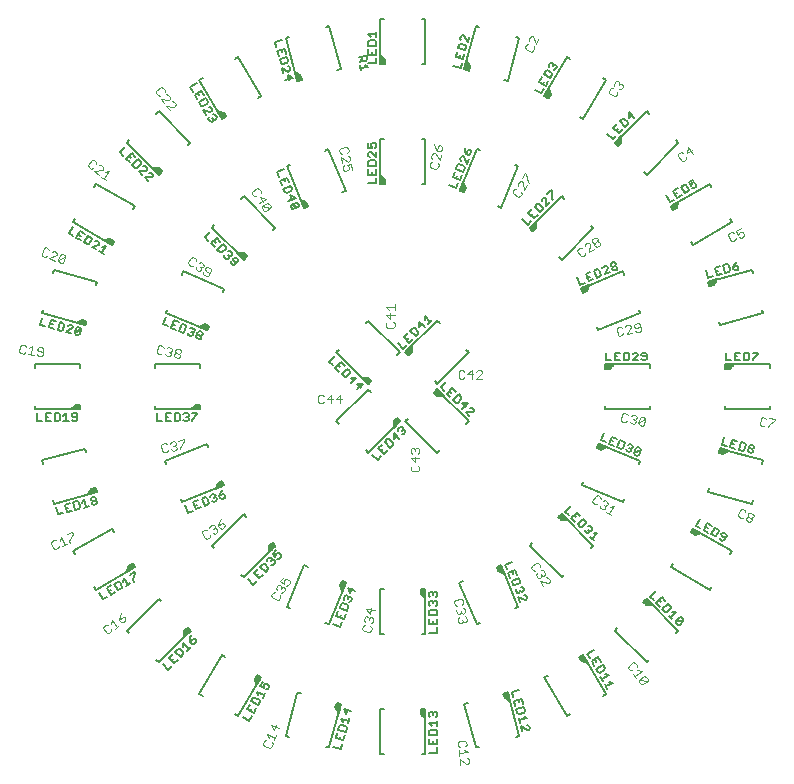
<source format=gto>
G75*
%MOIN*%
%OFA0B0*%
%FSLAX25Y25*%
%IPPOS*%
%LPD*%
%AMOC8*
5,1,8,0,0,1.08239X$1,22.5*
%
%ADD10C,0.00500*%
%ADD11C,0.00600*%
%ADD12C,0.00300*%
D10*
X0050348Y0044439D02*
X0051183Y0043604D01*
X0061762Y0054183D01*
X0060927Y0055018D01*
X0061150Y0054823D02*
X0060308Y0054823D01*
X0060729Y0055244D02*
X0059668Y0054183D01*
X0059668Y0052062D01*
X0061790Y0054183D01*
X0060729Y0055244D01*
X0059810Y0054324D02*
X0061648Y0054324D01*
X0061432Y0053826D02*
X0059668Y0053826D01*
X0059668Y0053327D02*
X0060934Y0053327D01*
X0060435Y0052829D02*
X0059668Y0052829D01*
X0059668Y0052330D02*
X0059937Y0052330D01*
X0072262Y0046125D02*
X0064782Y0033169D01*
X0065805Y0032578D01*
X0076715Y0026279D02*
X0077738Y0025689D01*
X0085218Y0038645D01*
X0084195Y0039236D01*
X0084004Y0039369D02*
X0083927Y0039369D01*
X0083946Y0039402D02*
X0083196Y0038103D01*
X0083745Y0036054D01*
X0085245Y0038652D01*
X0083946Y0039402D01*
X0083639Y0038870D02*
X0084867Y0038870D01*
X0085083Y0038372D02*
X0083351Y0038372D01*
X0083258Y0037873D02*
X0084796Y0037873D01*
X0084508Y0037375D02*
X0083391Y0037375D01*
X0083525Y0036876D02*
X0084220Y0036876D01*
X0083932Y0036378D02*
X0083658Y0036378D01*
X0073285Y0045535D02*
X0072262Y0046125D01*
X0052018Y0063927D02*
X0051183Y0064762D01*
X0040604Y0054183D01*
X0041439Y0053348D01*
X0030169Y0067782D02*
X0029578Y0068805D01*
X0030169Y0067782D02*
X0043125Y0075262D01*
X0042535Y0076285D01*
X0042573Y0076259D02*
X0041891Y0076259D01*
X0042402Y0076554D02*
X0041103Y0075804D01*
X0040554Y0073755D01*
X0043152Y0075255D01*
X0042402Y0076554D01*
X0042860Y0075760D02*
X0041091Y0075760D01*
X0040958Y0075262D02*
X0043148Y0075262D01*
X0042301Y0074763D02*
X0040824Y0074763D01*
X0040691Y0074265D02*
X0041437Y0074265D01*
X0040574Y0073766D02*
X0040557Y0073766D01*
X0036236Y0087195D02*
X0035645Y0088218D01*
X0022689Y0080738D01*
X0023279Y0079715D01*
X0016130Y0096575D02*
X0015824Y0097715D01*
X0016130Y0096575D02*
X0030580Y0100447D01*
X0030275Y0101587D01*
X0030270Y0101683D02*
X0029475Y0101683D01*
X0028767Y0101493D02*
X0027707Y0099656D01*
X0030605Y0100433D01*
X0030216Y0101882D01*
X0028767Y0101493D01*
X0028589Y0101184D02*
X0030403Y0101184D01*
X0030537Y0100686D02*
X0028301Y0100686D01*
X0028013Y0100187D02*
X0029689Y0100187D01*
X0027829Y0099689D02*
X0027726Y0099689D01*
X0027014Y0113757D02*
X0026708Y0114897D01*
X0012258Y0111025D01*
X0012563Y0109885D01*
X0010020Y0128020D02*
X0010020Y0129201D01*
X0010020Y0128020D02*
X0024980Y0128020D01*
X0024980Y0129201D01*
X0025000Y0129101D02*
X0023101Y0129101D01*
X0023500Y0129500D02*
X0022000Y0128000D01*
X0025000Y0128000D01*
X0025000Y0129500D01*
X0023500Y0129500D01*
X0022603Y0128603D02*
X0025000Y0128603D01*
X0025000Y0128104D02*
X0022104Y0128104D01*
X0024980Y0141799D02*
X0024980Y0142980D01*
X0010020Y0142980D01*
X0010020Y0141799D01*
X0012258Y0159975D02*
X0026708Y0156103D01*
X0027014Y0157243D01*
X0026974Y0157018D02*
X0024107Y0157018D01*
X0023825Y0156855D02*
X0026722Y0156078D01*
X0027111Y0157527D01*
X0025662Y0157916D01*
X0023825Y0156855D01*
X0025077Y0156519D02*
X0026840Y0156519D01*
X0027108Y0157516D02*
X0024970Y0157516D01*
X0030275Y0169413D02*
X0030580Y0170553D01*
X0016130Y0174425D01*
X0015824Y0173285D01*
X0012563Y0161115D02*
X0012258Y0159975D01*
X0033054Y0184255D02*
X0035652Y0182755D01*
X0036402Y0184054D01*
X0035103Y0184804D01*
X0033054Y0184255D01*
X0033604Y0183937D02*
X0036335Y0183937D01*
X0036236Y0183805D02*
X0035645Y0182782D01*
X0022689Y0190262D01*
X0023279Y0191285D01*
X0033730Y0184436D02*
X0035741Y0184436D01*
X0036047Y0183439D02*
X0034468Y0183439D01*
X0035331Y0182940D02*
X0035759Y0182940D01*
X0042535Y0194715D02*
X0043125Y0195738D01*
X0030169Y0203218D01*
X0029578Y0202195D01*
X0040604Y0216817D02*
X0041439Y0217652D01*
X0040604Y0216817D02*
X0051183Y0206238D01*
X0052018Y0207073D01*
X0051841Y0206869D02*
X0050525Y0206869D01*
X0051023Y0206370D02*
X0051343Y0206370D01*
X0051183Y0206210D02*
X0049062Y0208332D01*
X0051183Y0208332D01*
X0052244Y0207271D01*
X0051183Y0206210D01*
X0052147Y0207367D02*
X0050026Y0207367D01*
X0049528Y0207866D02*
X0051649Y0207866D01*
X0060927Y0215982D02*
X0061762Y0216817D01*
X0051183Y0227396D01*
X0050348Y0226561D01*
X0064782Y0237831D02*
X0065805Y0238422D01*
X0064782Y0237831D02*
X0072262Y0224875D01*
X0073285Y0225465D01*
X0073062Y0225314D02*
X0071986Y0225314D01*
X0072255Y0224848D02*
X0070755Y0227446D01*
X0072804Y0226897D01*
X0073554Y0225598D01*
X0072255Y0224848D01*
X0071698Y0225812D02*
X0073430Y0225812D01*
X0073142Y0226311D02*
X0071410Y0226311D01*
X0071122Y0226809D02*
X0072854Y0226809D01*
X0071270Y0227308D02*
X0070835Y0227308D01*
X0084195Y0231764D02*
X0085218Y0232355D01*
X0077738Y0245311D01*
X0076715Y0244721D01*
X0093575Y0251870D02*
X0094715Y0252176D01*
X0093575Y0251870D02*
X0097447Y0237420D01*
X0098587Y0237725D01*
X0098855Y0237777D02*
X0097331Y0237777D01*
X0097433Y0237395D02*
X0096656Y0240293D01*
X0098493Y0239233D01*
X0098882Y0237784D01*
X0097433Y0237395D01*
X0097197Y0238275D02*
X0098750Y0238275D01*
X0098616Y0238774D02*
X0097063Y0238774D01*
X0096930Y0239272D02*
X0098425Y0239272D01*
X0097561Y0239771D02*
X0096796Y0239771D01*
X0096698Y0240269D02*
X0096663Y0240269D01*
X0106885Y0255437D02*
X0108025Y0255742D01*
X0111897Y0241292D01*
X0110757Y0240986D01*
X0125000Y0243000D02*
X0125000Y0246000D01*
X0126500Y0244500D01*
X0126500Y0243000D01*
X0125000Y0243000D01*
X0125020Y0243020D02*
X0125020Y0257980D01*
X0126201Y0257980D01*
X0125247Y0245753D02*
X0125000Y0245753D01*
X0125000Y0245254D02*
X0125746Y0245254D01*
X0126244Y0244756D02*
X0125000Y0244756D01*
X0125000Y0244257D02*
X0126500Y0244257D01*
X0126500Y0243759D02*
X0125000Y0243759D01*
X0125000Y0243260D02*
X0126500Y0243260D01*
X0126201Y0243020D02*
X0125020Y0243020D01*
X0138799Y0243020D02*
X0139980Y0243020D01*
X0139980Y0257980D01*
X0138799Y0257980D01*
X0156975Y0255742D02*
X0153103Y0241292D01*
X0154243Y0240986D01*
X0154527Y0240889D02*
X0154916Y0242338D01*
X0153855Y0244175D01*
X0153078Y0241278D01*
X0154527Y0240889D01*
X0154628Y0241266D02*
X0153122Y0241266D01*
X0153209Y0241765D02*
X0154762Y0241765D01*
X0154895Y0242263D02*
X0153342Y0242263D01*
X0153476Y0242762D02*
X0154671Y0242762D01*
X0154383Y0243260D02*
X0153610Y0243260D01*
X0153743Y0243759D02*
X0154096Y0243759D01*
X0156975Y0255742D02*
X0158115Y0255437D01*
X0170285Y0252176D02*
X0171425Y0251870D01*
X0167553Y0237420D01*
X0166413Y0237725D01*
X0179755Y0232348D02*
X0181255Y0234946D01*
X0181804Y0232897D01*
X0181054Y0231598D01*
X0179755Y0232348D01*
X0179782Y0232355D02*
X0187262Y0245311D01*
X0188285Y0244721D01*
X0181298Y0234785D02*
X0181162Y0234785D01*
X0181431Y0234287D02*
X0180874Y0234287D01*
X0180587Y0233788D02*
X0181565Y0233788D01*
X0181699Y0233290D02*
X0180299Y0233290D01*
X0180011Y0232791D02*
X0181743Y0232791D01*
X0181455Y0232293D02*
X0179850Y0232293D01*
X0179782Y0232355D02*
X0180805Y0231764D01*
X0180713Y0231794D02*
X0181167Y0231794D01*
X0191715Y0225465D02*
X0192738Y0224875D01*
X0200218Y0237831D01*
X0199195Y0238422D01*
X0213817Y0227396D02*
X0214652Y0226561D01*
X0213817Y0227396D02*
X0203238Y0216817D01*
X0204073Y0215982D01*
X0204185Y0215842D02*
X0204357Y0215842D01*
X0204271Y0215756D02*
X0205332Y0216817D01*
X0205332Y0218938D01*
X0203210Y0216817D01*
X0204271Y0215756D01*
X0203687Y0216341D02*
X0204855Y0216341D01*
X0205332Y0216839D02*
X0203232Y0216839D01*
X0203731Y0217338D02*
X0205332Y0217338D01*
X0205332Y0217836D02*
X0204229Y0217836D01*
X0204728Y0218335D02*
X0205332Y0218335D01*
X0205332Y0218833D02*
X0205226Y0218833D01*
X0212982Y0207073D02*
X0213817Y0206238D01*
X0224396Y0216817D01*
X0223561Y0217652D01*
X0234831Y0203218D02*
X0235422Y0202195D01*
X0234831Y0203218D02*
X0221875Y0195738D01*
X0222465Y0194715D01*
X0222333Y0194905D02*
X0223392Y0194905D01*
X0223897Y0195196D02*
X0224446Y0197245D01*
X0221848Y0195745D01*
X0222598Y0194446D01*
X0223897Y0195196D01*
X0223952Y0195403D02*
X0222045Y0195403D01*
X0222119Y0195902D02*
X0224086Y0195902D01*
X0224219Y0196400D02*
X0222982Y0196400D01*
X0223846Y0196899D02*
X0224353Y0196899D01*
X0228764Y0183805D02*
X0229355Y0182782D01*
X0242311Y0190262D01*
X0241721Y0191285D01*
X0248870Y0174425D02*
X0249176Y0173285D01*
X0248870Y0174425D02*
X0234420Y0170553D01*
X0234725Y0169413D01*
X0234687Y0169480D02*
X0236135Y0169480D01*
X0236233Y0169507D02*
X0237293Y0171344D01*
X0234395Y0170567D01*
X0234784Y0169118D01*
X0236233Y0169507D01*
X0236505Y0169979D02*
X0234553Y0169979D01*
X0234419Y0170477D02*
X0236793Y0170477D01*
X0237081Y0170976D02*
X0235921Y0170976D01*
X0237986Y0157243D02*
X0238292Y0156103D01*
X0252742Y0159975D01*
X0252437Y0161115D01*
X0254980Y0142980D02*
X0240020Y0142980D01*
X0240020Y0141799D01*
X0240000Y0141564D02*
X0241564Y0141564D01*
X0241500Y0141500D02*
X0243000Y0143000D01*
X0240000Y0143000D01*
X0240000Y0141500D01*
X0241500Y0141500D01*
X0242062Y0142062D02*
X0240000Y0142062D01*
X0240000Y0142561D02*
X0242561Y0142561D01*
X0254980Y0142980D02*
X0254980Y0141799D01*
X0254980Y0129201D02*
X0254980Y0128020D01*
X0240020Y0128020D01*
X0240020Y0129201D01*
X0238278Y0114922D02*
X0241175Y0114145D01*
X0239338Y0113084D01*
X0237889Y0113473D01*
X0238278Y0114922D01*
X0238292Y0114897D02*
X0252742Y0111025D01*
X0252437Y0109885D01*
X0241173Y0114146D02*
X0238070Y0114146D01*
X0237986Y0113757D02*
X0238292Y0114897D01*
X0238203Y0114644D02*
X0239313Y0114644D01*
X0240313Y0113647D02*
X0237936Y0113647D01*
X0239099Y0113149D02*
X0239450Y0113149D01*
X0234725Y0101587D02*
X0234420Y0100447D01*
X0248870Y0096575D01*
X0249176Y0097715D01*
X0242311Y0080738D02*
X0241721Y0079715D01*
X0242311Y0080738D02*
X0229355Y0088218D01*
X0228764Y0087195D01*
X0228759Y0087226D02*
X0231113Y0087226D01*
X0231880Y0086728D02*
X0228976Y0086728D01*
X0228598Y0086946D02*
X0229897Y0086196D01*
X0231946Y0086745D01*
X0229348Y0088245D01*
X0228598Y0086946D01*
X0229047Y0087725D02*
X0230250Y0087725D01*
X0229386Y0088223D02*
X0229335Y0088223D01*
X0229840Y0086229D02*
X0230020Y0086229D01*
X0222465Y0076285D02*
X0221875Y0075262D01*
X0234831Y0067782D01*
X0235422Y0068805D01*
X0224396Y0054183D02*
X0223561Y0053348D01*
X0224396Y0054183D02*
X0213817Y0064762D01*
X0212982Y0063927D01*
X0212823Y0063796D02*
X0214811Y0063796D01*
X0215309Y0063298D02*
X0213188Y0063298D01*
X0212756Y0063729D02*
X0213817Y0062668D01*
X0215938Y0062668D01*
X0213817Y0064790D01*
X0212756Y0063729D01*
X0213322Y0064295D02*
X0214312Y0064295D01*
X0213686Y0062799D02*
X0215808Y0062799D01*
X0204073Y0055018D02*
X0203238Y0054183D01*
X0213817Y0043604D01*
X0214652Y0044439D01*
X0200218Y0033169D02*
X0199195Y0032578D01*
X0200218Y0033169D02*
X0192738Y0046125D01*
X0191715Y0045535D01*
X0191446Y0045402D02*
X0192196Y0044103D01*
X0194245Y0043554D01*
X0192745Y0046152D01*
X0191446Y0045402D01*
X0191476Y0045351D02*
X0193208Y0045351D01*
X0193495Y0044853D02*
X0191763Y0044853D01*
X0192051Y0044354D02*
X0193783Y0044354D01*
X0194071Y0043856D02*
X0193120Y0043856D01*
X0192920Y0045850D02*
X0192221Y0045850D01*
X0180805Y0039236D02*
X0179782Y0038645D01*
X0187262Y0025689D01*
X0188285Y0026279D01*
X0171425Y0019130D02*
X0170285Y0018824D01*
X0171425Y0019130D02*
X0167553Y0033580D01*
X0166413Y0033275D01*
X0166118Y0033216D02*
X0166507Y0031767D01*
X0168344Y0030707D01*
X0167567Y0033605D01*
X0166118Y0033216D01*
X0166206Y0032888D02*
X0167759Y0032888D01*
X0167893Y0032390D02*
X0166340Y0032390D01*
X0166473Y0031891D02*
X0168026Y0031891D01*
X0168160Y0031393D02*
X0167156Y0031393D01*
X0168019Y0030894D02*
X0168294Y0030894D01*
X0167626Y0033387D02*
X0166755Y0033387D01*
X0154243Y0030014D02*
X0153103Y0029708D01*
X0156975Y0015258D01*
X0158115Y0015563D01*
X0139980Y0013020D02*
X0138799Y0013020D01*
X0139980Y0013020D02*
X0139980Y0027980D01*
X0138799Y0027980D01*
X0138500Y0028000D02*
X0138500Y0026500D01*
X0140000Y0025000D01*
X0140000Y0028000D01*
X0138500Y0028000D01*
X0138500Y0027903D02*
X0140000Y0027903D01*
X0140000Y0027405D02*
X0138500Y0027405D01*
X0138500Y0026906D02*
X0140000Y0026906D01*
X0140000Y0026408D02*
X0138592Y0026408D01*
X0139091Y0025909D02*
X0140000Y0025909D01*
X0140000Y0025411D02*
X0139589Y0025411D01*
X0126201Y0027980D02*
X0125020Y0027980D01*
X0125020Y0013020D01*
X0126201Y0013020D01*
X0111145Y0026825D02*
X0111922Y0029722D01*
X0110473Y0030111D01*
X0110084Y0028662D01*
X0111145Y0026825D01*
X0111167Y0026906D02*
X0111098Y0026906D01*
X0111301Y0027405D02*
X0110810Y0027405D01*
X0110522Y0027903D02*
X0111434Y0027903D01*
X0111568Y0028402D02*
X0110234Y0028402D01*
X0110148Y0028900D02*
X0111701Y0028900D01*
X0111835Y0029399D02*
X0110282Y0029399D01*
X0110416Y0029897D02*
X0111269Y0029897D01*
X0110757Y0030014D02*
X0111897Y0029708D01*
X0108025Y0015258D01*
X0106885Y0015563D01*
X0094715Y0018824D02*
X0093575Y0019130D01*
X0097447Y0033580D01*
X0098587Y0033275D01*
X0107848Y0056426D02*
X0106757Y0056878D01*
X0107848Y0056426D02*
X0113573Y0070248D01*
X0112482Y0070700D01*
X0112353Y0070775D02*
X0112189Y0070775D01*
X0112213Y0070833D02*
X0111639Y0069447D01*
X0112451Y0067487D01*
X0113599Y0070259D01*
X0112213Y0070833D01*
X0111983Y0070277D02*
X0113556Y0070277D01*
X0113400Y0069778D02*
X0111776Y0069778D01*
X0111709Y0069280D02*
X0113194Y0069280D01*
X0112987Y0068781D02*
X0111915Y0068781D01*
X0112122Y0068283D02*
X0112781Y0068283D01*
X0112574Y0067784D02*
X0112328Y0067784D01*
X0100843Y0075522D02*
X0099752Y0075973D01*
X0094026Y0062152D01*
X0095118Y0061700D01*
X0079500Y0071921D02*
X0078665Y0072756D01*
X0079500Y0071921D02*
X0090079Y0082500D01*
X0089244Y0083335D01*
X0089369Y0083238D02*
X0088723Y0083238D01*
X0089046Y0083561D02*
X0087985Y0082500D01*
X0087985Y0080379D01*
X0090107Y0082500D01*
X0089046Y0083561D01*
X0088225Y0082739D02*
X0089867Y0082739D01*
X0089848Y0082241D02*
X0087985Y0082241D01*
X0087985Y0081742D02*
X0089349Y0081742D01*
X0088851Y0081244D02*
X0087985Y0081244D01*
X0087985Y0080745D02*
X0088352Y0080745D01*
X0080335Y0092244D02*
X0079500Y0093079D01*
X0068921Y0082500D01*
X0069756Y0081665D01*
X0059052Y0096926D02*
X0058600Y0098018D01*
X0059052Y0096926D02*
X0072873Y0102652D01*
X0072422Y0103743D01*
X0072470Y0103677D02*
X0071480Y0103677D01*
X0070939Y0103453D02*
X0070128Y0101493D01*
X0072899Y0102641D01*
X0072325Y0104027D01*
X0070939Y0103453D01*
X0070826Y0103178D02*
X0072677Y0103178D01*
X0072883Y0102680D02*
X0070619Y0102680D01*
X0070413Y0102181D02*
X0071790Y0102181D01*
X0070586Y0101683D02*
X0070206Y0101683D01*
X0067600Y0115382D02*
X0067148Y0116473D01*
X0053326Y0110748D01*
X0053778Y0109657D01*
X0050020Y0128020D02*
X0050020Y0129201D01*
X0050020Y0128020D02*
X0064980Y0128020D01*
X0064980Y0129201D01*
X0065000Y0129101D02*
X0063101Y0129101D01*
X0063500Y0129500D02*
X0062000Y0128000D01*
X0065000Y0128000D01*
X0065000Y0129500D01*
X0063500Y0129500D01*
X0062603Y0128603D02*
X0065000Y0128603D01*
X0065000Y0128104D02*
X0062104Y0128104D01*
X0064980Y0141799D02*
X0064980Y0142980D01*
X0050020Y0142980D01*
X0050020Y0141799D01*
X0064587Y0155549D02*
X0066547Y0156361D01*
X0067933Y0155787D01*
X0067359Y0154401D01*
X0064587Y0155549D01*
X0064652Y0155522D02*
X0067823Y0155522D01*
X0067800Y0155518D02*
X0067348Y0154426D01*
X0053526Y0160152D01*
X0053978Y0161243D01*
X0065726Y0156021D02*
X0067368Y0156021D01*
X0067617Y0155024D02*
X0065855Y0155024D01*
X0067059Y0154525D02*
X0067410Y0154525D01*
X0072622Y0167157D02*
X0073073Y0168248D01*
X0059252Y0173973D01*
X0058800Y0172882D01*
X0068921Y0188500D02*
X0069756Y0189335D01*
X0068921Y0188500D02*
X0079500Y0177921D01*
X0080335Y0178756D01*
X0080559Y0178952D02*
X0078441Y0178952D01*
X0077943Y0179451D02*
X0080064Y0179451D01*
X0080561Y0178954D02*
X0079500Y0180015D01*
X0077379Y0180015D01*
X0079500Y0177893D01*
X0080561Y0178954D01*
X0080060Y0178454D02*
X0078940Y0178454D01*
X0079438Y0177955D02*
X0079562Y0177955D01*
X0079566Y0179949D02*
X0077444Y0179949D01*
X0089244Y0187665D02*
X0090079Y0188500D01*
X0079500Y0199079D01*
X0078665Y0198244D01*
X0093926Y0208948D02*
X0095018Y0209400D01*
X0093926Y0208948D02*
X0099652Y0195126D01*
X0100743Y0195578D01*
X0101027Y0195675D02*
X0100453Y0197061D01*
X0098493Y0197872D01*
X0099641Y0195101D01*
X0101027Y0195675D01*
X0100933Y0195902D02*
X0099309Y0195902D01*
X0099103Y0196400D02*
X0100726Y0196400D01*
X0100520Y0196899D02*
X0098896Y0196899D01*
X0098690Y0197397D02*
X0099641Y0197397D01*
X0099516Y0195403D02*
X0100371Y0195403D01*
X0112382Y0200400D02*
X0113473Y0200852D01*
X0107748Y0214673D01*
X0106657Y0214222D01*
X0125020Y0217980D02*
X0125020Y0203020D01*
X0126201Y0203020D01*
X0126500Y0203000D02*
X0125000Y0203000D01*
X0125000Y0206000D01*
X0126500Y0204500D01*
X0126500Y0203000D01*
X0126500Y0203379D02*
X0125000Y0203379D01*
X0125000Y0203878D02*
X0126500Y0203878D01*
X0126500Y0204376D02*
X0125000Y0204376D01*
X0125000Y0204875D02*
X0126125Y0204875D01*
X0125627Y0205373D02*
X0125000Y0205373D01*
X0125000Y0205872D02*
X0125128Y0205872D01*
X0125020Y0217980D02*
X0126201Y0217980D01*
X0138799Y0217980D02*
X0139980Y0217980D01*
X0139980Y0203020D01*
X0138799Y0203020D01*
X0151501Y0200941D02*
X0152649Y0203713D01*
X0153461Y0201753D01*
X0152887Y0200367D01*
X0151501Y0200941D01*
X0151526Y0200952D02*
X0157252Y0214773D01*
X0158343Y0214322D01*
X0152787Y0203379D02*
X0152511Y0203379D01*
X0152304Y0202881D02*
X0152993Y0202881D01*
X0153200Y0202382D02*
X0152098Y0202382D01*
X0151891Y0201884D02*
X0153406Y0201884D01*
X0153308Y0201385D02*
X0151685Y0201385D01*
X0151526Y0200952D02*
X0152618Y0200500D01*
X0152836Y0200388D02*
X0152895Y0200388D01*
X0153102Y0200887D02*
X0151632Y0200887D01*
X0164257Y0195678D02*
X0165348Y0195226D01*
X0171073Y0209048D01*
X0169982Y0209500D01*
X0185500Y0198979D02*
X0186335Y0198144D01*
X0185500Y0198979D02*
X0174921Y0188400D01*
X0175756Y0187565D01*
X0175867Y0187427D02*
X0176042Y0187427D01*
X0175954Y0187339D02*
X0177015Y0188400D01*
X0177015Y0190521D01*
X0174893Y0188400D01*
X0175954Y0187339D01*
X0175368Y0187925D02*
X0176540Y0187925D01*
X0177015Y0188424D02*
X0174917Y0188424D01*
X0175416Y0188922D02*
X0177015Y0188922D01*
X0177015Y0189421D02*
X0175914Y0189421D01*
X0176413Y0189919D02*
X0177015Y0189919D01*
X0177015Y0190418D02*
X0176911Y0190418D01*
X0184665Y0178656D02*
X0185500Y0177821D01*
X0196079Y0188400D01*
X0195244Y0189235D01*
X0205848Y0173973D02*
X0206300Y0172882D01*
X0205848Y0173973D02*
X0192026Y0168248D01*
X0192478Y0167157D01*
X0192527Y0166988D02*
X0192852Y0166988D01*
X0192575Y0166873D02*
X0193961Y0167447D01*
X0194772Y0169407D01*
X0192001Y0168259D01*
X0192575Y0166873D01*
X0192321Y0167486D02*
X0193977Y0167486D01*
X0194183Y0167985D02*
X0192114Y0167985D01*
X0192543Y0168483D02*
X0194390Y0168483D01*
X0194596Y0168982D02*
X0193746Y0168982D01*
X0197300Y0155518D02*
X0197752Y0154426D01*
X0211573Y0160152D01*
X0211122Y0161243D01*
X0214980Y0142980D02*
X0200020Y0142980D01*
X0200020Y0141799D01*
X0200000Y0141564D02*
X0201564Y0141564D01*
X0201500Y0141500D02*
X0203000Y0143000D01*
X0200000Y0143000D01*
X0200000Y0141500D01*
X0201500Y0141500D01*
X0202062Y0142062D02*
X0200000Y0142062D01*
X0200000Y0142561D02*
X0202561Y0142561D01*
X0214980Y0142980D02*
X0214980Y0141799D01*
X0214980Y0129201D02*
X0214980Y0128020D01*
X0200020Y0128020D01*
X0200020Y0129201D01*
X0197841Y0116499D02*
X0200613Y0115351D01*
X0198653Y0114539D01*
X0197267Y0115113D01*
X0197841Y0116499D01*
X0197852Y0116473D02*
X0211673Y0110748D01*
X0211222Y0109657D01*
X0200109Y0115143D02*
X0197279Y0115143D01*
X0197400Y0115382D02*
X0197852Y0116473D01*
X0197692Y0116140D02*
X0198709Y0116140D01*
X0199912Y0115641D02*
X0197486Y0115641D01*
X0198400Y0114644D02*
X0198906Y0114644D01*
X0192578Y0103743D02*
X0192126Y0102652D01*
X0205948Y0096926D01*
X0206400Y0098018D01*
X0196079Y0082500D02*
X0195244Y0081665D01*
X0196079Y0082500D02*
X0185500Y0093079D01*
X0184665Y0092244D01*
X0184605Y0092211D02*
X0186395Y0092211D01*
X0185897Y0092710D02*
X0185103Y0092710D01*
X0185500Y0093107D02*
X0187621Y0090985D01*
X0185500Y0090985D01*
X0184439Y0092046D01*
X0185500Y0093107D01*
X0184773Y0091713D02*
X0186894Y0091713D01*
X0187392Y0091214D02*
X0185271Y0091214D01*
X0175756Y0083335D02*
X0174921Y0082500D01*
X0185500Y0071921D01*
X0186335Y0072756D01*
X0170973Y0062152D02*
X0169882Y0061700D01*
X0170973Y0062152D02*
X0165248Y0075973D01*
X0164157Y0075522D01*
X0163873Y0075425D02*
X0165259Y0075999D01*
X0166407Y0073228D01*
X0164447Y0074039D01*
X0163873Y0075425D01*
X0163941Y0075262D02*
X0165564Y0075262D01*
X0165358Y0075760D02*
X0164682Y0075760D01*
X0164147Y0074763D02*
X0165771Y0074763D01*
X0165977Y0074265D02*
X0164354Y0074265D01*
X0165106Y0073766D02*
X0166184Y0073766D01*
X0166310Y0073268D02*
X0166390Y0073268D01*
X0152518Y0070700D02*
X0151426Y0070248D01*
X0157152Y0056426D01*
X0158243Y0056878D01*
X0139980Y0053020D02*
X0138799Y0053020D01*
X0139980Y0053020D02*
X0139980Y0067980D01*
X0138799Y0067980D01*
X0138500Y0068000D02*
X0138500Y0066500D01*
X0140000Y0065000D01*
X0140000Y0068000D01*
X0138500Y0068000D01*
X0138500Y0067784D02*
X0140000Y0067784D01*
X0140000Y0067286D02*
X0138500Y0067286D01*
X0138500Y0066787D02*
X0140000Y0066787D01*
X0140000Y0066289D02*
X0138711Y0066289D01*
X0139210Y0065790D02*
X0140000Y0065790D01*
X0140000Y0065292D02*
X0139708Y0065292D01*
X0126201Y0067980D02*
X0125020Y0067980D01*
X0125020Y0053020D01*
X0126201Y0053020D01*
X0121000Y0113421D02*
X0120165Y0114256D01*
X0121000Y0113421D02*
X0131579Y0124000D01*
X0130744Y0124835D01*
X0130546Y0125061D02*
X0129485Y0124000D01*
X0129485Y0121879D01*
X0131607Y0124000D01*
X0130546Y0125061D01*
X0130100Y0124614D02*
X0130992Y0124614D01*
X0131491Y0124116D02*
X0129601Y0124116D01*
X0129485Y0123617D02*
X0131224Y0123617D01*
X0130725Y0123119D02*
X0129485Y0123119D01*
X0129485Y0122620D02*
X0130227Y0122620D01*
X0129728Y0122122D02*
X0129485Y0122122D01*
X0133421Y0124000D02*
X0144000Y0113421D01*
X0144835Y0114256D01*
X0153744Y0123165D02*
X0154579Y0124000D01*
X0144000Y0134579D01*
X0143165Y0133744D01*
X0142981Y0133588D02*
X0145019Y0133588D01*
X0144520Y0134086D02*
X0143480Y0134086D01*
X0143978Y0134585D02*
X0144022Y0134585D01*
X0144000Y0134607D02*
X0146121Y0132485D01*
X0144000Y0132485D01*
X0142939Y0133546D01*
X0144000Y0134607D01*
X0143396Y0133089D02*
X0145517Y0133089D01*
X0146016Y0132591D02*
X0143895Y0132591D01*
X0144000Y0136421D02*
X0154579Y0147000D01*
X0153744Y0147835D01*
X0144835Y0156744D02*
X0144000Y0157579D01*
X0133421Y0147000D01*
X0134256Y0146165D01*
X0134343Y0146050D02*
X0134565Y0146050D01*
X0134454Y0145939D02*
X0135515Y0147000D01*
X0135515Y0149121D01*
X0133393Y0147000D01*
X0134454Y0145939D01*
X0133844Y0146549D02*
X0135064Y0146549D01*
X0135515Y0147047D02*
X0133441Y0147047D01*
X0133939Y0147546D02*
X0135515Y0147546D01*
X0135515Y0148044D02*
X0134438Y0148044D01*
X0134936Y0148543D02*
X0135515Y0148543D01*
X0135515Y0149041D02*
X0135435Y0149041D01*
X0131579Y0147000D02*
X0121000Y0157579D01*
X0120165Y0156744D01*
X0111256Y0147835D02*
X0110421Y0147000D01*
X0121000Y0136421D01*
X0121835Y0137256D01*
X0121684Y0137077D02*
X0120316Y0137077D01*
X0120815Y0136579D02*
X0121185Y0136579D01*
X0121000Y0136393D02*
X0118879Y0138515D01*
X0121000Y0138515D01*
X0122061Y0137454D01*
X0121000Y0136393D01*
X0121939Y0137576D02*
X0119818Y0137576D01*
X0119319Y0138074D02*
X0121440Y0138074D01*
X0121000Y0134579D02*
X0110421Y0124000D01*
X0111256Y0123165D01*
X0121835Y0133744D02*
X0121000Y0134579D01*
X0130744Y0146165D02*
X0131579Y0147000D01*
X0143165Y0137256D02*
X0144000Y0136421D01*
X0134256Y0124835D02*
X0133421Y0124000D01*
D11*
X0132186Y0122131D02*
X0131573Y0122131D01*
X0130960Y0121518D01*
X0130960Y0120904D01*
X0132186Y0120904D02*
X0132493Y0121211D01*
X0133106Y0121211D01*
X0133413Y0120904D01*
X0133413Y0120291D01*
X0132800Y0119678D01*
X0132186Y0119678D01*
X0130716Y0119434D02*
X0129489Y0118207D01*
X0129489Y0120047D01*
X0131329Y0118207D01*
X0129246Y0116737D02*
X0128019Y0117964D01*
X0127406Y0117964D01*
X0126486Y0117044D01*
X0128326Y0115204D01*
X0129246Y0116124D01*
X0129246Y0116737D01*
X0127469Y0114347D02*
X0126242Y0113120D01*
X0124402Y0114960D01*
X0125629Y0116187D01*
X0125936Y0114654D02*
X0125322Y0114040D01*
X0125386Y0112264D02*
X0124159Y0111037D01*
X0122319Y0112877D01*
X0132493Y0121211D02*
X0132493Y0121824D01*
X0132186Y0122131D01*
X0145131Y0135314D02*
X0146358Y0134087D01*
X0147215Y0133230D02*
X0148442Y0132003D01*
X0149298Y0131147D02*
X0150218Y0130227D01*
X0150832Y0130227D01*
X0152058Y0131453D01*
X0152058Y0132067D01*
X0151138Y0132987D01*
X0149298Y0131147D01*
X0148748Y0133537D02*
X0148135Y0134150D01*
X0149055Y0135070D02*
X0147215Y0133230D01*
X0149055Y0135070D02*
X0150282Y0133844D01*
X0152302Y0129983D02*
X0153529Y0128756D01*
X0152302Y0128143D02*
X0154142Y0129983D01*
X0152302Y0129983D01*
X0154999Y0128513D02*
X0155612Y0128513D01*
X0156225Y0127900D01*
X0156225Y0127286D01*
X0155919Y0126980D01*
X0153465Y0126980D01*
X0154692Y0125753D01*
X0145131Y0135314D02*
X0146971Y0137154D01*
X0133913Y0149358D02*
X0132686Y0148131D01*
X0130846Y0149971D01*
X0132930Y0152055D02*
X0134770Y0150215D01*
X0135996Y0151442D01*
X0136853Y0152298D02*
X0137773Y0153218D01*
X0137773Y0153832D01*
X0136547Y0155058D01*
X0135933Y0155058D01*
X0135013Y0154138D01*
X0136853Y0152298D01*
X0134463Y0151748D02*
X0133850Y0151135D01*
X0132930Y0152055D02*
X0134156Y0153282D01*
X0138017Y0155302D02*
X0139243Y0156529D01*
X0139794Y0157692D02*
X0139794Y0158919D01*
X0141634Y0157079D01*
X0142247Y0157692D02*
X0141020Y0156465D01*
X0139857Y0155302D02*
X0138017Y0157142D01*
X0138017Y0155302D01*
X0119131Y0136427D02*
X0117291Y0136427D01*
X0118518Y0135200D01*
X0117291Y0134587D02*
X0119131Y0136427D01*
X0116434Y0137284D02*
X0115207Y0138511D01*
X0117047Y0138511D01*
X0115207Y0136670D01*
X0113737Y0138754D02*
X0114964Y0139981D01*
X0114964Y0140594D01*
X0114044Y0141514D01*
X0112204Y0139674D01*
X0113124Y0138754D01*
X0113737Y0138754D01*
X0111347Y0140531D02*
X0110120Y0141758D01*
X0111960Y0143598D01*
X0113187Y0142371D01*
X0111654Y0142064D02*
X0111040Y0142678D01*
X0109264Y0142614D02*
X0108037Y0143841D01*
X0109877Y0145681D01*
X0077631Y0177314D02*
X0077631Y0177927D01*
X0077018Y0178540D01*
X0076404Y0178540D01*
X0076098Y0178234D01*
X0076098Y0177620D01*
X0077018Y0176700D01*
X0076404Y0176087D02*
X0077631Y0177314D01*
X0076404Y0176087D02*
X0075791Y0176087D01*
X0075178Y0176700D01*
X0075178Y0177314D01*
X0074321Y0178170D02*
X0073707Y0178170D01*
X0073094Y0178784D01*
X0073094Y0179397D01*
X0072237Y0180254D02*
X0073464Y0181481D01*
X0073464Y0182094D01*
X0072544Y0183014D01*
X0070704Y0181174D01*
X0071624Y0180254D01*
X0072237Y0180254D01*
X0074321Y0180624D02*
X0074934Y0180624D01*
X0075547Y0180011D01*
X0075547Y0179397D01*
X0075241Y0179091D01*
X0074627Y0179091D01*
X0074627Y0178477D01*
X0074321Y0178170D01*
X0074627Y0179091D02*
X0074321Y0179397D01*
X0071687Y0183871D02*
X0070460Y0185098D01*
X0068620Y0183258D01*
X0069847Y0182031D01*
X0070154Y0183564D02*
X0069540Y0184178D01*
X0067764Y0184114D02*
X0066537Y0185341D01*
X0068377Y0187181D01*
X0049314Y0205631D02*
X0049314Y0206244D01*
X0048701Y0206857D01*
X0048087Y0206857D01*
X0047230Y0207714D02*
X0047230Y0208328D01*
X0046617Y0208941D01*
X0046004Y0208941D01*
X0045147Y0209798D02*
X0045147Y0210411D01*
X0044227Y0211331D01*
X0042387Y0209491D01*
X0043307Y0208571D01*
X0043920Y0208571D01*
X0045147Y0209798D01*
X0044470Y0207407D02*
X0046924Y0207407D01*
X0047230Y0207714D01*
X0045697Y0206181D02*
X0044470Y0207407D01*
X0046554Y0205324D02*
X0049007Y0205324D01*
X0049314Y0205631D01*
X0047781Y0204097D02*
X0046554Y0205324D01*
X0041530Y0210348D02*
X0040303Y0211575D01*
X0042143Y0213415D01*
X0043370Y0212188D01*
X0041837Y0211881D02*
X0041223Y0212495D01*
X0039447Y0212431D02*
X0038220Y0213658D01*
X0040060Y0215498D01*
X0062528Y0233894D02*
X0061661Y0235397D01*
X0063915Y0236698D01*
X0065388Y0234146D02*
X0063134Y0232845D01*
X0064002Y0231343D01*
X0064608Y0230293D02*
X0065258Y0229166D01*
X0065850Y0229008D01*
X0067353Y0229875D01*
X0067512Y0230468D01*
X0066861Y0231594D01*
X0064608Y0230293D01*
X0064695Y0232744D02*
X0064261Y0233496D01*
X0065388Y0234146D02*
X0066255Y0232644D01*
X0067959Y0228826D02*
X0068551Y0228667D01*
X0068985Y0227916D01*
X0068826Y0227323D01*
X0068451Y0227106D01*
X0066081Y0227741D01*
X0066948Y0226239D01*
X0067930Y0225407D02*
X0067771Y0224814D01*
X0068205Y0224063D01*
X0068797Y0223904D01*
X0069173Y0224121D01*
X0069331Y0224713D01*
X0069114Y0225089D01*
X0069331Y0224713D02*
X0069924Y0224555D01*
X0070299Y0224772D01*
X0070458Y0225364D01*
X0070024Y0226115D01*
X0069432Y0226274D01*
X0091792Y0243378D02*
X0091455Y0244635D01*
X0093969Y0245308D01*
X0094306Y0244051D01*
X0093999Y0243520D01*
X0092323Y0243071D01*
X0091792Y0243378D01*
X0092218Y0241788D02*
X0094343Y0240562D01*
X0094762Y0240674D01*
X0095068Y0241205D01*
X0094844Y0242043D01*
X0094313Y0242350D01*
X0092218Y0241788D02*
X0092667Y0240113D01*
X0094237Y0239279D02*
X0094686Y0237603D01*
X0093317Y0237686D02*
X0095831Y0238359D01*
X0094237Y0239279D01*
X0091142Y0245805D02*
X0090693Y0247481D01*
X0093206Y0248154D01*
X0093655Y0246478D01*
X0092174Y0246980D02*
X0091950Y0247817D01*
X0090379Y0248651D02*
X0089930Y0250327D01*
X0092444Y0251000D01*
X0117900Y0245559D02*
X0120480Y0245899D01*
X0120650Y0244609D01*
X0120277Y0244122D01*
X0119417Y0244009D01*
X0118930Y0244382D01*
X0118760Y0245672D01*
X0118873Y0244812D02*
X0118127Y0243839D01*
X0118285Y0242638D02*
X0118511Y0240918D01*
X0118398Y0241778D02*
X0120978Y0242118D01*
X0120005Y0242864D01*
X0121098Y0243300D02*
X0123700Y0243300D01*
X0123700Y0245035D01*
X0123700Y0246247D02*
X0123700Y0247981D01*
X0123700Y0249193D02*
X0123700Y0250494D01*
X0123266Y0250928D01*
X0121531Y0250928D01*
X0121098Y0250494D01*
X0121098Y0249193D01*
X0123700Y0249193D01*
X0122399Y0247114D02*
X0122399Y0246247D01*
X0121098Y0246247D02*
X0123700Y0246247D01*
X0121098Y0246247D02*
X0121098Y0247981D01*
X0121965Y0252140D02*
X0121098Y0253007D01*
X0123700Y0253007D01*
X0123700Y0252140D02*
X0123700Y0253874D01*
X0150598Y0247099D02*
X0150149Y0245424D01*
X0152663Y0244750D01*
X0153112Y0246426D01*
X0153426Y0247596D02*
X0150912Y0248270D01*
X0151249Y0249526D01*
X0151780Y0249833D01*
X0153456Y0249384D01*
X0153762Y0248853D01*
X0153426Y0247596D01*
X0151631Y0245925D02*
X0151406Y0245087D01*
X0152349Y0243580D02*
X0151900Y0241904D01*
X0149387Y0242577D01*
X0152094Y0251004D02*
X0151787Y0251535D01*
X0152011Y0252373D01*
X0152543Y0252679D01*
X0152961Y0252567D01*
X0154188Y0250442D01*
X0154637Y0252118D01*
X0176525Y0234559D02*
X0178779Y0233258D01*
X0179646Y0234760D01*
X0180252Y0235809D02*
X0177999Y0237110D01*
X0178866Y0238613D01*
X0179472Y0239662D02*
X0180122Y0240789D01*
X0180715Y0240948D01*
X0182217Y0240080D01*
X0182376Y0239488D01*
X0181725Y0238361D01*
X0179472Y0239662D01*
X0179559Y0237211D02*
X0179125Y0236460D01*
X0180252Y0235809D02*
X0181120Y0237312D01*
X0182823Y0241130D02*
X0183416Y0241288D01*
X0183849Y0242040D01*
X0183691Y0242632D01*
X0183315Y0242849D01*
X0182722Y0242690D01*
X0182506Y0242315D01*
X0182722Y0242690D02*
X0182564Y0243283D01*
X0182188Y0243500D01*
X0181596Y0243341D01*
X0181162Y0242590D01*
X0181321Y0241997D01*
X0202747Y0221872D02*
X0204587Y0220032D01*
X0205813Y0221259D01*
X0206670Y0222115D02*
X0207590Y0223035D01*
X0207590Y0223649D01*
X0206364Y0224875D01*
X0205750Y0224875D01*
X0204830Y0223955D01*
X0206670Y0222115D01*
X0204280Y0221565D02*
X0203667Y0220952D01*
X0202747Y0221872D02*
X0203973Y0223099D01*
X0203730Y0219175D02*
X0202503Y0217948D01*
X0200663Y0219788D01*
X0207834Y0225119D02*
X0209060Y0226346D01*
X0207834Y0226959D02*
X0207834Y0225119D01*
X0209674Y0225119D02*
X0207834Y0226959D01*
X0227812Y0203694D02*
X0229314Y0204562D01*
X0229372Y0203594D02*
X0229965Y0203435D01*
X0230398Y0202684D01*
X0230240Y0202091D01*
X0229488Y0201658D01*
X0228896Y0201816D01*
X0228462Y0202568D02*
X0228997Y0203377D01*
X0229372Y0203594D01*
X0228462Y0202568D02*
X0227812Y0203694D01*
X0226979Y0202713D02*
X0226387Y0202872D01*
X0225260Y0202221D01*
X0226561Y0199968D01*
X0227688Y0200618D01*
X0227847Y0201211D01*
X0226979Y0202713D01*
X0224211Y0201615D02*
X0222708Y0200748D01*
X0224009Y0198494D01*
X0225512Y0199362D01*
X0224110Y0200055D02*
X0223359Y0199621D01*
X0222960Y0197888D02*
X0221458Y0197021D01*
X0220156Y0199275D01*
X0203442Y0176752D02*
X0203608Y0176352D01*
X0203373Y0175785D01*
X0202572Y0175453D01*
X0202005Y0175688D01*
X0201839Y0176089D01*
X0202074Y0176655D01*
X0202876Y0176987D01*
X0203442Y0176752D01*
X0203373Y0175785D02*
X0203940Y0175550D01*
X0204106Y0175150D01*
X0203871Y0174583D01*
X0203070Y0174251D01*
X0202503Y0174486D01*
X0202337Y0174887D01*
X0202572Y0175453D01*
X0200886Y0175224D02*
X0199947Y0172958D01*
X0201550Y0173621D01*
X0200886Y0175224D02*
X0200720Y0175625D01*
X0200153Y0175860D01*
X0199352Y0175528D01*
X0199117Y0174961D01*
X0197998Y0174497D02*
X0197431Y0174732D01*
X0196229Y0174234D01*
X0197225Y0171830D01*
X0198427Y0172328D01*
X0198662Y0172895D01*
X0197998Y0174497D01*
X0195110Y0173770D02*
X0193507Y0173107D01*
X0194503Y0170702D01*
X0196105Y0171366D01*
X0194806Y0172236D02*
X0194005Y0171904D01*
X0193383Y0170239D02*
X0191780Y0169575D01*
X0190785Y0171979D01*
X0174186Y0189531D02*
X0175413Y0190758D01*
X0176270Y0191615D02*
X0174430Y0193455D01*
X0175656Y0194682D01*
X0176513Y0195538D02*
X0177433Y0196458D01*
X0178047Y0196458D01*
X0179273Y0195232D01*
X0179273Y0194618D01*
X0178353Y0193698D01*
X0176513Y0195538D01*
X0175963Y0193148D02*
X0175350Y0192535D01*
X0176270Y0191615D02*
X0177496Y0192842D01*
X0174186Y0189531D02*
X0172346Y0191371D01*
X0178903Y0197315D02*
X0178903Y0197929D01*
X0179517Y0198542D01*
X0180130Y0198542D01*
X0180437Y0198235D01*
X0180437Y0195782D01*
X0181663Y0197009D01*
X0182520Y0197865D02*
X0182214Y0198172D01*
X0182214Y0200625D01*
X0181907Y0200932D01*
X0180680Y0199705D01*
X0154461Y0211485D02*
X0153797Y0209882D01*
X0152858Y0212149D01*
X0152458Y0212315D01*
X0151891Y0212080D01*
X0151559Y0211279D01*
X0151794Y0210712D01*
X0151330Y0209593D02*
X0150763Y0209358D01*
X0150266Y0208156D01*
X0152670Y0207160D01*
X0153168Y0208362D01*
X0152933Y0208929D01*
X0151330Y0209593D01*
X0149802Y0207036D02*
X0149138Y0205434D01*
X0151542Y0204438D01*
X0152206Y0206041D01*
X0150672Y0205737D02*
X0150340Y0204936D01*
X0151078Y0203318D02*
X0150415Y0201716D01*
X0148010Y0202711D01*
X0153723Y0213102D02*
X0153253Y0214236D01*
X0153185Y0215203D01*
X0154221Y0214305D02*
X0153723Y0213102D01*
X0154524Y0212771D01*
X0155091Y0213005D01*
X0155423Y0213807D01*
X0155188Y0214373D01*
X0154787Y0214539D01*
X0154221Y0214305D01*
X0123700Y0213874D02*
X0123700Y0212140D01*
X0121965Y0213874D01*
X0121531Y0213874D01*
X0121098Y0213441D01*
X0121098Y0212573D01*
X0121531Y0212140D01*
X0121531Y0210928D02*
X0121098Y0210494D01*
X0121098Y0209193D01*
X0123700Y0209193D01*
X0123700Y0210494D01*
X0123266Y0210928D01*
X0121531Y0210928D01*
X0121098Y0207981D02*
X0121098Y0206247D01*
X0123700Y0206247D01*
X0123700Y0207981D01*
X0122399Y0207114D02*
X0122399Y0206247D01*
X0123700Y0205035D02*
X0123700Y0203300D01*
X0121098Y0203300D01*
X0121098Y0215086D02*
X0122399Y0215086D01*
X0121965Y0215953D01*
X0121965Y0216387D01*
X0122399Y0216821D01*
X0123266Y0216821D01*
X0123700Y0216387D01*
X0123700Y0215520D01*
X0123266Y0215086D01*
X0121098Y0215086D02*
X0121098Y0216821D01*
X0097595Y0196648D02*
X0097927Y0195847D01*
X0097692Y0195280D01*
X0095426Y0196219D01*
X0095191Y0195653D01*
X0095523Y0194851D01*
X0096090Y0194617D01*
X0097692Y0195280D01*
X0097595Y0196648D02*
X0097029Y0196883D01*
X0095426Y0196219D01*
X0095763Y0197671D02*
X0095100Y0199273D01*
X0096800Y0198569D01*
X0094395Y0197573D01*
X0093834Y0200061D02*
X0095437Y0200725D01*
X0095672Y0201292D01*
X0095174Y0202494D01*
X0092770Y0201498D01*
X0093268Y0200296D01*
X0093834Y0200061D01*
X0092306Y0202617D02*
X0091642Y0204220D01*
X0094046Y0205216D01*
X0094710Y0203613D01*
X0093176Y0203917D02*
X0092844Y0204718D01*
X0091179Y0205340D02*
X0090515Y0206942D01*
X0092919Y0207938D01*
X0053528Y0158725D02*
X0052533Y0156321D01*
X0054135Y0155657D01*
X0055255Y0155193D02*
X0056857Y0154529D01*
X0057977Y0154066D02*
X0059179Y0153568D01*
X0059746Y0153802D01*
X0060410Y0155405D01*
X0060175Y0155972D01*
X0058973Y0156470D01*
X0057977Y0154066D01*
X0056554Y0156063D02*
X0055753Y0156395D01*
X0056251Y0157597D02*
X0055255Y0155193D01*
X0056251Y0157597D02*
X0057853Y0156933D01*
X0061529Y0154941D02*
X0062096Y0155176D01*
X0062897Y0154844D01*
X0063132Y0154278D01*
X0062966Y0153877D01*
X0062399Y0153642D01*
X0062634Y0153075D01*
X0062468Y0152675D01*
X0061901Y0152440D01*
X0061100Y0152772D01*
X0060865Y0153339D01*
X0061998Y0153808D02*
X0062399Y0153642D01*
X0063753Y0152612D02*
X0064320Y0152846D01*
X0065121Y0152515D01*
X0065356Y0151948D01*
X0065190Y0151547D01*
X0064623Y0151312D01*
X0063822Y0151644D01*
X0063587Y0152211D01*
X0063753Y0152612D01*
X0064320Y0152846D02*
X0064085Y0153413D01*
X0064251Y0153814D01*
X0064818Y0154049D01*
X0065619Y0153717D01*
X0065854Y0153150D01*
X0065688Y0152749D01*
X0065121Y0152515D01*
X0064088Y0126702D02*
X0064088Y0126269D01*
X0062353Y0124534D01*
X0062353Y0124100D01*
X0061142Y0124534D02*
X0060708Y0124100D01*
X0059841Y0124100D01*
X0059407Y0124534D01*
X0058195Y0124534D02*
X0058195Y0126269D01*
X0057762Y0126702D01*
X0056460Y0126702D01*
X0056460Y0124100D01*
X0057762Y0124100D01*
X0058195Y0124534D01*
X0059407Y0126269D02*
X0059841Y0126702D01*
X0060708Y0126702D01*
X0061142Y0126269D01*
X0061142Y0125835D01*
X0060708Y0125401D01*
X0061142Y0124967D01*
X0061142Y0124534D01*
X0060708Y0125401D02*
X0060274Y0125401D01*
X0062353Y0126702D02*
X0064088Y0126702D01*
X0055249Y0126702D02*
X0053514Y0126702D01*
X0053514Y0124100D01*
X0055249Y0124100D01*
X0054381Y0125401D02*
X0053514Y0125401D01*
X0052302Y0124100D02*
X0050567Y0124100D01*
X0050567Y0126702D01*
X0024944Y0152966D02*
X0024413Y0152659D01*
X0023575Y0152884D01*
X0023269Y0153415D01*
X0025393Y0154642D01*
X0024944Y0152966D01*
X0023269Y0153415D02*
X0023718Y0155091D01*
X0024249Y0155398D01*
X0025087Y0155173D01*
X0025393Y0154642D01*
X0022547Y0155404D02*
X0022241Y0155936D01*
X0021403Y0156160D01*
X0020872Y0155853D01*
X0019701Y0156167D02*
X0019252Y0154491D01*
X0018721Y0154185D01*
X0017464Y0154521D01*
X0018138Y0157035D01*
X0019395Y0156698D01*
X0019701Y0156167D01*
X0020310Y0153759D02*
X0022435Y0154986D01*
X0022547Y0155404D01*
X0021986Y0153310D02*
X0020310Y0153759D01*
X0016294Y0154835D02*
X0014618Y0155284D01*
X0015292Y0157798D01*
X0016967Y0157349D01*
X0015793Y0156316D02*
X0014955Y0156541D01*
X0013448Y0155598D02*
X0011772Y0156047D01*
X0012446Y0158560D01*
X0031410Y0180701D02*
X0032913Y0179833D01*
X0032161Y0180267D02*
X0033463Y0182520D01*
X0032278Y0182203D01*
X0031228Y0182809D02*
X0031445Y0183184D01*
X0031286Y0183777D01*
X0030535Y0184211D01*
X0029943Y0184052D01*
X0028893Y0184658D02*
X0028735Y0185250D01*
X0027608Y0185901D01*
X0026307Y0183647D01*
X0027433Y0182997D01*
X0028026Y0183155D01*
X0028893Y0184658D01*
X0028858Y0182174D02*
X0031228Y0182809D01*
X0030361Y0181306D02*
X0028858Y0182174D01*
X0025257Y0184253D02*
X0023755Y0185120D01*
X0025056Y0187374D01*
X0026558Y0186506D01*
X0025157Y0185813D02*
X0024405Y0186247D01*
X0022706Y0185726D02*
X0021203Y0186594D01*
X0022504Y0188847D01*
X0022787Y0126702D02*
X0022353Y0126269D01*
X0022353Y0125835D01*
X0022787Y0125401D01*
X0024088Y0125401D01*
X0024088Y0124534D02*
X0024088Y0126269D01*
X0023655Y0126702D01*
X0022787Y0126702D01*
X0022353Y0124534D02*
X0022787Y0124100D01*
X0023655Y0124100D01*
X0024088Y0124534D01*
X0021142Y0124100D02*
X0019407Y0124100D01*
X0020274Y0124100D02*
X0020274Y0126702D01*
X0019407Y0125835D01*
X0018195Y0126269D02*
X0017762Y0126702D01*
X0016460Y0126702D01*
X0016460Y0124100D01*
X0017762Y0124100D01*
X0018195Y0124534D01*
X0018195Y0126269D01*
X0015249Y0126702D02*
X0013514Y0126702D01*
X0013514Y0124100D01*
X0015249Y0124100D01*
X0014381Y0125401D02*
X0013514Y0125401D01*
X0012302Y0124100D02*
X0010567Y0124100D01*
X0010567Y0126702D01*
X0022692Y0096969D02*
X0023949Y0097306D01*
X0024480Y0096999D01*
X0024929Y0095323D01*
X0024622Y0094792D01*
X0023365Y0094455D01*
X0022692Y0096969D01*
X0021521Y0096655D02*
X0019846Y0096206D01*
X0020519Y0093693D01*
X0022195Y0094142D01*
X0021020Y0095174D02*
X0020183Y0094950D01*
X0019349Y0093379D02*
X0017673Y0092930D01*
X0017000Y0095444D01*
X0025762Y0096894D02*
X0026376Y0097956D01*
X0027049Y0095442D01*
X0026211Y0095218D02*
X0027887Y0095667D01*
X0028945Y0096399D02*
X0028833Y0096818D01*
X0029140Y0097350D01*
X0029978Y0097574D01*
X0030509Y0097267D01*
X0030621Y0096848D01*
X0030314Y0096317D01*
X0029477Y0096093D01*
X0028945Y0096399D01*
X0029140Y0097350D02*
X0028609Y0097656D01*
X0028496Y0098075D01*
X0028803Y0098606D01*
X0029641Y0098831D01*
X0030172Y0098524D01*
X0030284Y0098105D01*
X0029978Y0097574D01*
X0043011Y0073675D02*
X0043228Y0073299D01*
X0042593Y0070930D01*
X0042810Y0070554D01*
X0041761Y0069948D02*
X0040258Y0069081D01*
X0041010Y0069514D02*
X0039709Y0071768D01*
X0039391Y0070583D01*
X0038125Y0070353D02*
X0037532Y0070512D01*
X0036406Y0069861D01*
X0037707Y0067608D01*
X0038833Y0068258D01*
X0038992Y0068850D01*
X0038125Y0070353D01*
X0035356Y0069255D02*
X0033854Y0068388D01*
X0035155Y0066134D01*
X0036657Y0067002D01*
X0035256Y0067695D02*
X0034504Y0067261D01*
X0034106Y0065528D02*
X0032603Y0064661D01*
X0031302Y0066915D01*
X0041509Y0072808D02*
X0043011Y0073675D01*
X0061058Y0093515D02*
X0062660Y0094179D01*
X0063780Y0094642D02*
X0065383Y0095306D01*
X0066502Y0095770D02*
X0067704Y0096268D01*
X0067939Y0096834D01*
X0067275Y0098437D01*
X0066708Y0098672D01*
X0065506Y0098174D01*
X0066502Y0095770D01*
X0064083Y0096176D02*
X0063282Y0095844D01*
X0062784Y0097046D02*
X0063780Y0094642D01*
X0062784Y0097046D02*
X0064387Y0097710D01*
X0060062Y0095919D02*
X0061058Y0093515D01*
X0069058Y0097298D02*
X0069625Y0097063D01*
X0070426Y0097395D01*
X0070661Y0097962D01*
X0070495Y0098363D01*
X0069929Y0098597D01*
X0069528Y0098432D01*
X0069929Y0098597D02*
X0070163Y0099164D01*
X0069997Y0099565D01*
X0069431Y0099800D01*
X0068629Y0099468D01*
X0068395Y0098901D01*
X0071449Y0099227D02*
X0071918Y0100360D01*
X0072554Y0101093D01*
X0072651Y0099725D02*
X0071449Y0099227D01*
X0071781Y0098426D01*
X0072347Y0098191D01*
X0073149Y0098523D01*
X0073383Y0099090D01*
X0073217Y0099490D01*
X0072651Y0099725D01*
X0090380Y0080938D02*
X0089153Y0079711D01*
X0090073Y0078791D01*
X0090380Y0079711D01*
X0090686Y0080018D01*
X0091300Y0080018D01*
X0091913Y0079404D01*
X0091913Y0078791D01*
X0091300Y0078178D01*
X0090686Y0078178D01*
X0089829Y0077321D02*
X0089829Y0076707D01*
X0089216Y0076094D01*
X0088603Y0076094D01*
X0087746Y0075237D02*
X0086519Y0076464D01*
X0085906Y0076464D01*
X0084986Y0075544D01*
X0086826Y0073704D01*
X0087746Y0074624D01*
X0087746Y0075237D01*
X0087376Y0077321D02*
X0087376Y0077934D01*
X0087989Y0078547D01*
X0088603Y0078547D01*
X0088909Y0078241D01*
X0088909Y0077627D01*
X0089523Y0077627D01*
X0089829Y0077321D01*
X0088909Y0077627D02*
X0088603Y0077321D01*
X0085969Y0072847D02*
X0084742Y0071620D01*
X0082902Y0073460D01*
X0084129Y0074687D01*
X0084436Y0073154D02*
X0083822Y0072540D01*
X0083886Y0070764D02*
X0082659Y0069537D01*
X0080819Y0071377D01*
X0062063Y0052621D02*
X0061756Y0051701D01*
X0061756Y0050474D01*
X0062676Y0051394D01*
X0063289Y0051394D01*
X0063596Y0051087D01*
X0063596Y0050474D01*
X0062983Y0049861D01*
X0062369Y0049861D01*
X0061756Y0050474D01*
X0061819Y0048697D02*
X0060592Y0047470D01*
X0061206Y0048084D02*
X0059366Y0049924D01*
X0059366Y0048697D01*
X0058202Y0048147D02*
X0057589Y0048147D01*
X0056669Y0047227D01*
X0058509Y0045387D01*
X0059429Y0046307D01*
X0059429Y0046920D01*
X0058202Y0048147D01*
X0055812Y0046370D02*
X0054585Y0045143D01*
X0056425Y0043303D01*
X0057652Y0044530D01*
X0056119Y0044837D02*
X0055505Y0044223D01*
X0055569Y0042447D02*
X0054342Y0041220D01*
X0052502Y0043060D01*
X0080626Y0028056D02*
X0082880Y0026755D01*
X0083747Y0028257D01*
X0084353Y0029307D02*
X0085003Y0030433D01*
X0084845Y0031026D01*
X0083342Y0031893D01*
X0082750Y0031735D01*
X0082099Y0030608D01*
X0084353Y0029307D01*
X0082187Y0028157D02*
X0081753Y0027405D01*
X0080626Y0028056D02*
X0081493Y0029558D01*
X0082274Y0025706D02*
X0081406Y0024203D01*
X0079153Y0025504D01*
X0085826Y0031858D02*
X0086694Y0033361D01*
X0086260Y0032610D02*
X0084006Y0033911D01*
X0084324Y0032726D01*
X0086173Y0035061D02*
X0085046Y0035711D01*
X0085913Y0037214D01*
X0086448Y0036404D02*
X0087040Y0036563D01*
X0087791Y0036129D01*
X0087950Y0035537D01*
X0087516Y0034786D01*
X0086924Y0034627D01*
X0086173Y0035061D02*
X0086231Y0036029D01*
X0086448Y0036404D01*
X0110651Y0019967D02*
X0110202Y0018292D01*
X0112716Y0017618D01*
X0113165Y0019294D01*
X0113478Y0020464D02*
X0113815Y0021721D01*
X0113509Y0022252D01*
X0111833Y0022701D01*
X0111302Y0022395D01*
X0110965Y0021138D01*
X0113478Y0020464D01*
X0111684Y0018793D02*
X0111459Y0017955D01*
X0112402Y0016448D02*
X0111953Y0014772D01*
X0109440Y0015446D01*
X0112565Y0023759D02*
X0111952Y0024822D01*
X0114466Y0024148D01*
X0114241Y0023310D02*
X0114690Y0024986D01*
X0113747Y0026493D02*
X0114196Y0028169D01*
X0115340Y0027413D02*
X0112827Y0028087D01*
X0113747Y0026493D01*
X0141298Y0026655D02*
X0141731Y0027088D01*
X0142165Y0027088D01*
X0142599Y0026655D01*
X0143033Y0027088D01*
X0143466Y0027088D01*
X0143900Y0026655D01*
X0143900Y0025787D01*
X0143466Y0025353D01*
X0142599Y0026221D02*
X0142599Y0026655D01*
X0141298Y0026655D02*
X0141298Y0025787D01*
X0141731Y0025353D01*
X0141298Y0023274D02*
X0143900Y0023274D01*
X0143900Y0022407D02*
X0143900Y0024142D01*
X0142165Y0022407D02*
X0141298Y0023274D01*
X0141731Y0021195D02*
X0141298Y0020762D01*
X0141298Y0019460D01*
X0143900Y0019460D01*
X0143900Y0020762D01*
X0143466Y0021195D01*
X0141731Y0021195D01*
X0141298Y0018249D02*
X0141298Y0016514D01*
X0143900Y0016514D01*
X0143900Y0018249D01*
X0142599Y0017381D02*
X0142599Y0016514D01*
X0143900Y0015302D02*
X0143900Y0013567D01*
X0141298Y0013567D01*
X0169350Y0031976D02*
X0168901Y0033651D01*
X0171414Y0034325D01*
X0172177Y0031479D02*
X0169663Y0030805D01*
X0170112Y0029129D01*
X0170426Y0027959D02*
X0170763Y0026702D01*
X0171294Y0026396D01*
X0172969Y0026845D01*
X0173276Y0027376D01*
X0172939Y0028633D01*
X0170426Y0027959D01*
X0171145Y0030304D02*
X0170920Y0031142D01*
X0172177Y0031479D02*
X0172626Y0029803D01*
X0172864Y0025562D02*
X0173927Y0024949D01*
X0171413Y0024275D01*
X0171188Y0025113D02*
X0171637Y0023437D01*
X0171951Y0022267D02*
X0174076Y0021040D01*
X0174495Y0021152D01*
X0174801Y0021683D01*
X0174577Y0022521D01*
X0174046Y0022828D01*
X0171951Y0022267D02*
X0172400Y0020591D01*
X0196362Y0042488D02*
X0195494Y0043991D01*
X0197748Y0045292D01*
X0198615Y0043789D01*
X0199221Y0042740D02*
X0196968Y0041439D01*
X0197618Y0040312D01*
X0198211Y0040153D01*
X0199713Y0041021D01*
X0199872Y0041613D01*
X0199221Y0042740D01*
X0197055Y0043890D02*
X0196621Y0044641D01*
X0194888Y0045040D02*
X0194021Y0046542D01*
X0196275Y0047843D01*
X0199943Y0039754D02*
X0201128Y0039437D01*
X0198874Y0038136D01*
X0198441Y0038887D02*
X0199308Y0037385D01*
X0199914Y0036335D02*
X0200781Y0034833D01*
X0200348Y0035584D02*
X0202601Y0036885D01*
X0201416Y0037203D01*
X0222426Y0058019D02*
X0221199Y0059246D01*
X0221812Y0058633D02*
X0223652Y0060473D01*
X0222426Y0060473D01*
X0221875Y0061636D02*
X0221875Y0062250D01*
X0220955Y0063170D01*
X0219115Y0061330D01*
X0220035Y0060410D01*
X0220649Y0060410D01*
X0221875Y0061636D01*
X0220099Y0064027D02*
X0218872Y0065253D01*
X0217032Y0063413D01*
X0218259Y0062186D01*
X0218565Y0063720D02*
X0217952Y0064333D01*
X0216175Y0064270D02*
X0214948Y0065497D01*
X0216788Y0067337D01*
X0224816Y0058696D02*
X0225429Y0058696D01*
X0226042Y0058083D01*
X0226042Y0057469D01*
X0223589Y0057469D01*
X0223589Y0056856D01*
X0224202Y0056243D01*
X0224816Y0056243D01*
X0226042Y0057469D01*
X0224816Y0058696D02*
X0223589Y0057469D01*
X0239040Y0084151D02*
X0239632Y0084309D01*
X0240500Y0085812D01*
X0240341Y0086404D01*
X0239590Y0086838D01*
X0238997Y0086679D01*
X0238780Y0086304D01*
X0238939Y0085711D01*
X0240066Y0085061D01*
X0239040Y0084151D02*
X0238288Y0084584D01*
X0238130Y0085177D01*
X0237080Y0085783D02*
X0237948Y0087285D01*
X0237789Y0087878D01*
X0236662Y0088528D01*
X0235361Y0086274D01*
X0236488Y0085624D01*
X0237080Y0085783D01*
X0234312Y0086880D02*
X0232809Y0087748D01*
X0234110Y0090001D01*
X0235613Y0089134D01*
X0234211Y0088441D02*
X0233460Y0088875D01*
X0231760Y0088354D02*
X0230258Y0089221D01*
X0231559Y0091475D01*
X0238904Y0116100D02*
X0240580Y0115651D01*
X0241750Y0115337D02*
X0243426Y0114888D01*
X0244596Y0114574D02*
X0245853Y0114238D01*
X0246384Y0114544D01*
X0246833Y0116220D01*
X0246526Y0116751D01*
X0245270Y0117088D01*
X0244596Y0114574D01*
X0242925Y0116369D02*
X0242087Y0116594D01*
X0242424Y0117851D02*
X0241750Y0115337D01*
X0242424Y0117851D02*
X0244099Y0117402D01*
X0239577Y0118613D02*
X0238904Y0116100D01*
X0247555Y0114231D02*
X0247667Y0114650D01*
X0248198Y0114956D01*
X0249036Y0114732D01*
X0249342Y0114201D01*
X0249230Y0113782D01*
X0248699Y0113475D01*
X0247861Y0113700D01*
X0247555Y0114231D01*
X0248198Y0114956D02*
X0247891Y0115487D01*
X0248004Y0115906D01*
X0248535Y0116213D01*
X0249373Y0115989D01*
X0249679Y0115457D01*
X0249567Y0115038D01*
X0249036Y0114732D01*
X0249140Y0144300D02*
X0249140Y0144734D01*
X0250874Y0146469D01*
X0250874Y0146902D01*
X0249140Y0146902D01*
X0247928Y0146469D02*
X0247494Y0146902D01*
X0246193Y0146902D01*
X0246193Y0144300D01*
X0247494Y0144300D01*
X0247928Y0144734D01*
X0247928Y0146469D01*
X0244981Y0146902D02*
X0243247Y0146902D01*
X0243247Y0144300D01*
X0244981Y0144300D01*
X0244114Y0145601D02*
X0243247Y0145601D01*
X0242035Y0144300D02*
X0240300Y0144300D01*
X0240300Y0146902D01*
X0234349Y0171901D02*
X0236024Y0172350D01*
X0237195Y0172663D02*
X0236521Y0175177D01*
X0238197Y0175626D01*
X0239367Y0175939D02*
X0240624Y0176276D01*
X0241155Y0175969D01*
X0241604Y0174294D01*
X0241298Y0173763D01*
X0240041Y0173426D01*
X0239367Y0175939D01*
X0237696Y0174145D02*
X0236858Y0173920D01*
X0237195Y0172663D02*
X0238871Y0173112D01*
X0234349Y0171901D02*
X0233675Y0174414D01*
X0242550Y0175445D02*
X0242775Y0174607D01*
X0243306Y0174301D01*
X0244144Y0174525D01*
X0244450Y0175056D01*
X0244338Y0175475D01*
X0243807Y0175782D01*
X0242550Y0175445D01*
X0243164Y0176508D01*
X0243889Y0177151D01*
X0213387Y0146902D02*
X0212520Y0146902D01*
X0212086Y0146469D01*
X0212086Y0146035D01*
X0212520Y0145601D01*
X0213821Y0145601D01*
X0213821Y0144734D02*
X0213821Y0146469D01*
X0213387Y0146902D01*
X0213821Y0144734D02*
X0213387Y0144300D01*
X0212520Y0144300D01*
X0212086Y0144734D01*
X0210874Y0144300D02*
X0209140Y0144300D01*
X0210874Y0146035D01*
X0210874Y0146469D01*
X0210441Y0146902D01*
X0209573Y0146902D01*
X0209140Y0146469D01*
X0207928Y0146469D02*
X0207494Y0146902D01*
X0206193Y0146902D01*
X0206193Y0144300D01*
X0207494Y0144300D01*
X0207928Y0144734D01*
X0207928Y0146469D01*
X0204981Y0146902D02*
X0203247Y0146902D01*
X0203247Y0144300D01*
X0204981Y0144300D01*
X0204114Y0145601D02*
X0203247Y0145601D01*
X0202035Y0144300D02*
X0200300Y0144300D01*
X0200300Y0146902D01*
X0199611Y0119990D02*
X0198616Y0117585D01*
X0200218Y0116922D01*
X0201338Y0116458D02*
X0202941Y0115794D01*
X0204060Y0115330D02*
X0205262Y0114832D01*
X0205829Y0115067D01*
X0206493Y0116670D01*
X0206258Y0117236D01*
X0205056Y0117734D01*
X0204060Y0115330D01*
X0202637Y0117328D02*
X0201836Y0117660D01*
X0202334Y0118862D02*
X0203936Y0118198D01*
X0202334Y0118862D02*
X0201338Y0116458D01*
X0206948Y0114603D02*
X0207183Y0114037D01*
X0207984Y0113705D01*
X0208551Y0113939D01*
X0208717Y0114340D01*
X0208482Y0114907D01*
X0208082Y0115073D01*
X0208482Y0114907D02*
X0209049Y0115142D01*
X0209215Y0115542D01*
X0208980Y0116109D01*
X0208179Y0116441D01*
X0207612Y0116206D01*
X0210334Y0115079D02*
X0209671Y0113476D01*
X0211937Y0114415D01*
X0211273Y0112812D01*
X0210707Y0112577D01*
X0209905Y0112909D01*
X0209671Y0113476D01*
X0210334Y0115079D02*
X0210901Y0115313D01*
X0211702Y0114981D01*
X0211937Y0114415D01*
X0190555Y0093570D02*
X0188715Y0091730D01*
X0189942Y0090503D01*
X0190798Y0089647D02*
X0191718Y0088727D01*
X0192332Y0088727D01*
X0193558Y0089953D01*
X0193558Y0090567D01*
X0192638Y0091487D01*
X0190798Y0089647D01*
X0190248Y0092037D02*
X0189635Y0092650D01*
X0190555Y0093570D02*
X0191782Y0092344D01*
X0194415Y0089097D02*
X0195029Y0089097D01*
X0195642Y0088483D01*
X0195642Y0087870D01*
X0195335Y0087563D01*
X0194722Y0087563D01*
X0194722Y0086950D01*
X0194415Y0086643D01*
X0193802Y0086643D01*
X0193189Y0087256D01*
X0193189Y0087870D01*
X0194415Y0087870D02*
X0194722Y0087563D01*
X0196192Y0086706D02*
X0197419Y0086706D01*
X0195579Y0084866D01*
X0196192Y0084253D02*
X0194965Y0085480D01*
X0187858Y0092587D02*
X0186631Y0093814D01*
X0188471Y0095654D01*
X0168979Y0077215D02*
X0166575Y0076220D01*
X0167239Y0074617D01*
X0167702Y0073497D02*
X0168366Y0071895D01*
X0168830Y0070775D02*
X0169328Y0069573D01*
X0169895Y0069338D01*
X0171497Y0070002D01*
X0171732Y0070569D01*
X0171234Y0071771D01*
X0168830Y0070775D01*
X0169236Y0073194D02*
X0168904Y0073995D01*
X0167702Y0073497D02*
X0170107Y0074493D01*
X0170770Y0072890D01*
X0171961Y0068883D02*
X0172528Y0068648D01*
X0172860Y0067847D01*
X0172625Y0067280D01*
X0172224Y0067114D01*
X0171658Y0067349D01*
X0171423Y0066782D01*
X0171022Y0066616D01*
X0170455Y0066851D01*
X0170124Y0067652D01*
X0170358Y0068219D01*
X0171492Y0067749D02*
X0171658Y0067349D01*
X0173089Y0066160D02*
X0173655Y0065926D01*
X0173987Y0065124D01*
X0173752Y0064558D01*
X0173352Y0064392D01*
X0171085Y0065331D01*
X0171749Y0063728D01*
X0143900Y0063708D02*
X0143900Y0062841D01*
X0143466Y0062407D01*
X0143466Y0061195D02*
X0141731Y0061195D01*
X0141298Y0060762D01*
X0141298Y0059460D01*
X0143900Y0059460D01*
X0143900Y0060762D01*
X0143466Y0061195D01*
X0141731Y0062407D02*
X0141298Y0062841D01*
X0141298Y0063708D01*
X0141731Y0064142D01*
X0142165Y0064142D01*
X0142599Y0063708D01*
X0143033Y0064142D01*
X0143466Y0064142D01*
X0143900Y0063708D01*
X0142599Y0063708D02*
X0142599Y0063274D01*
X0143466Y0065353D02*
X0143900Y0065787D01*
X0143900Y0066655D01*
X0143466Y0067088D01*
X0143033Y0067088D01*
X0142599Y0066655D01*
X0142599Y0066221D01*
X0142599Y0066655D02*
X0142165Y0067088D01*
X0141731Y0067088D01*
X0141298Y0066655D01*
X0141298Y0065787D01*
X0141731Y0065353D01*
X0141298Y0058249D02*
X0141298Y0056514D01*
X0143900Y0056514D01*
X0143900Y0058249D01*
X0142599Y0057381D02*
X0142599Y0056514D01*
X0143900Y0055302D02*
X0143900Y0053567D01*
X0141298Y0053567D01*
X0116687Y0067523D02*
X0114283Y0068519D01*
X0114987Y0066819D01*
X0115651Y0068422D01*
X0114123Y0065866D02*
X0114358Y0065299D01*
X0114924Y0065534D01*
X0115325Y0065368D01*
X0115560Y0064801D01*
X0115228Y0064000D01*
X0114661Y0063765D01*
X0114198Y0062646D02*
X0112595Y0063310D01*
X0112028Y0063075D01*
X0111530Y0061873D01*
X0113934Y0060877D01*
X0114432Y0062079D01*
X0114198Y0062646D01*
X0113059Y0064429D02*
X0112824Y0064996D01*
X0113156Y0065797D01*
X0113722Y0066032D01*
X0114123Y0065866D01*
X0114358Y0065299D02*
X0114192Y0064898D01*
X0113471Y0059757D02*
X0112807Y0058155D01*
X0110403Y0059151D01*
X0111067Y0060753D01*
X0111937Y0059454D02*
X0111605Y0058653D01*
X0112343Y0057035D02*
X0111679Y0055433D01*
X0109275Y0056428D01*
D12*
X0119089Y0054789D02*
X0119469Y0054220D01*
X0121368Y0053844D01*
X0121936Y0054225D01*
X0122124Y0055174D01*
X0121743Y0055742D01*
X0121940Y0056735D02*
X0122508Y0057115D01*
X0122696Y0058064D01*
X0122316Y0058633D01*
X0121841Y0058727D01*
X0121273Y0058346D01*
X0121179Y0057872D01*
X0121273Y0058346D02*
X0120892Y0058915D01*
X0120418Y0059009D01*
X0119849Y0058628D01*
X0119661Y0057679D01*
X0120042Y0057110D01*
X0119845Y0056118D02*
X0119277Y0055738D01*
X0119089Y0054789D01*
X0121563Y0059813D02*
X0120421Y0061518D01*
X0123269Y0060955D01*
X0121939Y0061711D02*
X0121563Y0059813D01*
X0149733Y0063849D02*
X0149923Y0062901D01*
X0150492Y0062521D01*
X0150690Y0061529D02*
X0150310Y0060960D01*
X0150500Y0060011D01*
X0151069Y0059632D01*
X0151543Y0059726D01*
X0151923Y0060296D01*
X0151828Y0060770D01*
X0151923Y0060296D02*
X0152492Y0059916D01*
X0152966Y0060011D01*
X0153346Y0060580D01*
X0153156Y0061529D01*
X0152587Y0061908D01*
X0152389Y0062900D02*
X0152769Y0063469D01*
X0152579Y0064418D01*
X0152010Y0064798D01*
X0150112Y0064418D01*
X0149733Y0063849D01*
X0151267Y0058640D02*
X0150888Y0058071D01*
X0151077Y0057122D01*
X0151646Y0056742D01*
X0152121Y0056837D01*
X0152500Y0057406D01*
X0152405Y0057881D01*
X0152500Y0057406D02*
X0153069Y0057027D01*
X0153544Y0057121D01*
X0153923Y0057691D01*
X0153734Y0058639D01*
X0153165Y0059019D01*
X0175902Y0074321D02*
X0176573Y0074188D01*
X0175902Y0074321D02*
X0175364Y0075125D01*
X0175497Y0075796D01*
X0177105Y0076873D01*
X0177776Y0076740D01*
X0178314Y0075936D01*
X0178181Y0075265D01*
X0178744Y0074424D02*
X0179415Y0074291D01*
X0179953Y0073487D01*
X0179820Y0072816D01*
X0179418Y0072547D01*
X0178747Y0072680D01*
X0178614Y0072009D01*
X0178212Y0071740D01*
X0177541Y0071873D01*
X0177003Y0072676D01*
X0177136Y0073348D01*
X0178478Y0073082D02*
X0178747Y0072680D01*
X0180383Y0071975D02*
X0181054Y0071843D01*
X0181592Y0071039D01*
X0181459Y0070368D01*
X0181057Y0070098D01*
X0178373Y0070630D01*
X0179449Y0069022D01*
X0200418Y0093839D02*
X0202028Y0092765D01*
X0201223Y0093302D02*
X0202833Y0095717D01*
X0201492Y0095449D01*
X0200650Y0096010D02*
X0199979Y0095876D01*
X0200113Y0095205D01*
X0199845Y0094803D01*
X0199174Y0094668D01*
X0198369Y0095205D01*
X0198235Y0095876D01*
X0197393Y0096437D02*
X0196723Y0096303D01*
X0195918Y0096840D01*
X0195784Y0097511D01*
X0196857Y0099121D01*
X0197528Y0099255D01*
X0198333Y0098718D01*
X0198467Y0098047D01*
X0199309Y0097486D02*
X0199979Y0097620D01*
X0200784Y0097083D01*
X0200918Y0096412D01*
X0200650Y0096010D01*
X0199979Y0095876D02*
X0199577Y0096144D01*
X0205684Y0123862D02*
X0206633Y0123674D01*
X0207202Y0124055D01*
X0208194Y0123858D02*
X0208574Y0123290D01*
X0209523Y0123102D01*
X0210092Y0123482D01*
X0210186Y0123957D01*
X0209805Y0124525D01*
X0209331Y0124619D01*
X0209805Y0124525D02*
X0210374Y0124906D01*
X0210468Y0125380D01*
X0210087Y0125949D01*
X0209138Y0126137D01*
X0208570Y0125756D01*
X0207577Y0125953D02*
X0207197Y0126521D01*
X0206248Y0126709D01*
X0205679Y0126329D01*
X0205303Y0124430D01*
X0205684Y0123862D01*
X0211084Y0123286D02*
X0213358Y0124808D01*
X0212982Y0122910D01*
X0212414Y0122529D01*
X0211465Y0122717D01*
X0211084Y0123286D01*
X0211460Y0125184D01*
X0212029Y0125565D01*
X0212978Y0125377D01*
X0213358Y0124808D01*
X0207166Y0153015D02*
X0208684Y0155292D01*
X0208589Y0155766D01*
X0208020Y0156146D01*
X0207071Y0155956D01*
X0206692Y0155387D01*
X0205700Y0155189D02*
X0205131Y0155569D01*
X0204182Y0155379D01*
X0203802Y0154810D01*
X0204181Y0152912D01*
X0204751Y0152533D01*
X0205699Y0152723D01*
X0206079Y0153292D01*
X0207166Y0153015D02*
X0209063Y0153395D01*
X0209960Y0154067D02*
X0210529Y0153688D01*
X0211478Y0153877D01*
X0211858Y0154446D01*
X0211479Y0156344D01*
X0210909Y0156723D01*
X0209961Y0156534D01*
X0209581Y0155965D01*
X0209676Y0155490D01*
X0210245Y0155111D01*
X0211668Y0155395D01*
X0193279Y0179502D02*
X0193412Y0180173D01*
X0193279Y0179502D02*
X0192475Y0178964D01*
X0191804Y0179097D01*
X0190727Y0180705D01*
X0190860Y0181376D01*
X0191664Y0181914D01*
X0192335Y0181781D01*
X0193176Y0182344D02*
X0193309Y0183015D01*
X0194113Y0183553D01*
X0194784Y0183420D01*
X0195053Y0183018D01*
X0194521Y0180334D01*
X0196129Y0181410D01*
X0196701Y0182375D02*
X0196432Y0182777D01*
X0196565Y0183448D01*
X0197369Y0183986D01*
X0198040Y0183853D01*
X0198309Y0183451D01*
X0198176Y0182780D01*
X0197372Y0182242D01*
X0196701Y0182375D01*
X0196565Y0183448D02*
X0195894Y0183581D01*
X0195624Y0183983D01*
X0195757Y0184654D01*
X0196561Y0185192D01*
X0197232Y0185059D01*
X0197502Y0184657D01*
X0197369Y0183986D01*
X0173026Y0201067D02*
X0172490Y0203750D01*
X0172088Y0204018D01*
X0171417Y0203884D01*
X0170880Y0203079D01*
X0171014Y0202409D01*
X0170453Y0201567D02*
X0169782Y0201433D01*
X0169245Y0200628D01*
X0169379Y0199957D01*
X0170989Y0198884D01*
X0171660Y0199018D01*
X0172197Y0199823D01*
X0172063Y0200493D01*
X0173026Y0201067D02*
X0174100Y0202676D01*
X0174661Y0203518D02*
X0174259Y0203786D01*
X0173722Y0206470D01*
X0173320Y0206738D01*
X0172246Y0205128D01*
X0145483Y0214365D02*
X0145670Y0215314D01*
X0145290Y0215882D01*
X0144815Y0215976D01*
X0144247Y0215596D01*
X0143965Y0214172D01*
X0144914Y0213984D01*
X0145483Y0214365D01*
X0145192Y0212898D02*
X0144816Y0211000D01*
X0143294Y0213274D01*
X0142819Y0213368D01*
X0142251Y0212987D01*
X0142063Y0212038D01*
X0142444Y0211470D01*
X0142247Y0210477D02*
X0141679Y0210097D01*
X0141491Y0209148D01*
X0141871Y0208579D01*
X0143769Y0208203D01*
X0144338Y0208584D01*
X0144526Y0209533D01*
X0144145Y0210102D01*
X0143965Y0214172D02*
X0143204Y0215309D01*
X0142917Y0216352D01*
X0115346Y0209772D02*
X0115725Y0207874D01*
X0114681Y0208159D02*
X0114302Y0207590D01*
X0113353Y0207401D01*
X0112784Y0207780D01*
X0112594Y0208729D01*
X0112974Y0209298D01*
X0113923Y0209488D02*
X0114586Y0208634D01*
X0114681Y0208159D01*
X0113923Y0209488D02*
X0115346Y0209772D01*
X0114673Y0210669D02*
X0115053Y0211238D01*
X0114863Y0212187D01*
X0114294Y0212567D01*
X0114096Y0213559D02*
X0114475Y0214128D01*
X0114286Y0215076D01*
X0113717Y0215456D01*
X0111819Y0215077D01*
X0111440Y0214508D01*
X0111629Y0213559D01*
X0112198Y0213179D01*
X0111922Y0212093D02*
X0114199Y0210574D01*
X0114673Y0210669D01*
X0112301Y0210195D02*
X0111922Y0212093D01*
X0088004Y0196572D02*
X0088542Y0195768D01*
X0088409Y0195097D01*
X0085725Y0195628D01*
X0085592Y0194957D01*
X0086130Y0194153D01*
X0086801Y0194020D01*
X0088409Y0195097D01*
X0088004Y0196572D02*
X0087333Y0196704D01*
X0085725Y0195628D01*
X0085966Y0197007D02*
X0084890Y0198615D01*
X0086903Y0198216D01*
X0084491Y0196601D01*
X0083523Y0198917D02*
X0082852Y0199050D01*
X0082314Y0199854D01*
X0082447Y0200525D01*
X0084055Y0201601D01*
X0084726Y0201469D01*
X0085264Y0200665D01*
X0085131Y0199994D01*
X0063589Y0178126D02*
X0062784Y0178663D01*
X0062113Y0178529D01*
X0061040Y0176919D01*
X0061174Y0176248D01*
X0061979Y0175712D01*
X0062649Y0175846D01*
X0063491Y0175284D02*
X0063625Y0174614D01*
X0064430Y0174077D01*
X0065101Y0174211D01*
X0065369Y0174613D01*
X0065235Y0175284D01*
X0064833Y0175553D01*
X0065235Y0175284D02*
X0065906Y0175418D01*
X0066174Y0175821D01*
X0066040Y0176492D01*
X0065235Y0177028D01*
X0064565Y0176894D01*
X0063723Y0177456D02*
X0063589Y0178126D01*
X0067016Y0175259D02*
X0066748Y0174857D01*
X0066882Y0174186D01*
X0068089Y0173381D01*
X0068626Y0174186D02*
X0068492Y0174857D01*
X0067687Y0175393D01*
X0067016Y0175259D01*
X0068626Y0174186D02*
X0067552Y0172576D01*
X0066881Y0172442D01*
X0066076Y0172979D01*
X0065942Y0173650D01*
X0058218Y0147979D02*
X0058599Y0147410D01*
X0058505Y0146936D01*
X0057937Y0146555D01*
X0056987Y0146743D01*
X0056607Y0147311D01*
X0056701Y0147786D01*
X0057269Y0148166D01*
X0058218Y0147979D01*
X0057937Y0146555D02*
X0058317Y0145986D01*
X0058223Y0145512D01*
X0057655Y0145131D01*
X0056706Y0145319D01*
X0056325Y0145888D01*
X0056419Y0146362D01*
X0056987Y0146743D01*
X0055615Y0147508D02*
X0055709Y0147982D01*
X0055328Y0148551D01*
X0054379Y0148739D01*
X0053810Y0148358D01*
X0052818Y0148555D02*
X0052438Y0149123D01*
X0051489Y0149311D01*
X0050920Y0148931D01*
X0050544Y0147032D01*
X0050925Y0146464D01*
X0051874Y0146276D01*
X0052442Y0146657D01*
X0053435Y0146460D02*
X0053815Y0145892D01*
X0054764Y0145704D01*
X0055333Y0146084D01*
X0055427Y0146559D01*
X0055046Y0147127D01*
X0054572Y0147221D01*
X0055046Y0147127D02*
X0055615Y0147508D01*
X0059625Y0117925D02*
X0057728Y0117546D01*
X0056831Y0116873D02*
X0056926Y0116399D01*
X0056546Y0115830D01*
X0057115Y0115450D01*
X0057210Y0114976D01*
X0056830Y0114406D01*
X0055882Y0114217D01*
X0055313Y0114596D01*
X0054321Y0114398D02*
X0053941Y0113829D01*
X0052992Y0113640D01*
X0052423Y0114019D01*
X0052044Y0115917D01*
X0052424Y0116486D01*
X0053372Y0116675D01*
X0053941Y0116296D01*
X0054933Y0116494D02*
X0055313Y0117063D01*
X0056262Y0117253D01*
X0056831Y0116873D01*
X0056546Y0115830D02*
X0056072Y0115735D01*
X0058202Y0115174D02*
X0058297Y0114699D01*
X0058202Y0115174D02*
X0059720Y0117450D01*
X0059625Y0117925D01*
X0071834Y0091411D02*
X0071299Y0090471D01*
X0071034Y0089129D01*
X0072240Y0089936D01*
X0072911Y0089803D01*
X0073180Y0089401D01*
X0073047Y0088730D01*
X0072243Y0088192D01*
X0071572Y0088325D01*
X0071034Y0089129D01*
X0070462Y0088164D02*
X0069791Y0088297D01*
X0069389Y0088028D01*
X0069791Y0088297D02*
X0069924Y0088968D01*
X0069655Y0089370D01*
X0068984Y0089503D01*
X0068180Y0088965D01*
X0068047Y0088294D01*
X0067206Y0087731D02*
X0066535Y0087864D01*
X0065731Y0087326D01*
X0065598Y0086655D01*
X0066675Y0085047D01*
X0067346Y0084914D01*
X0068150Y0085452D01*
X0068283Y0086123D01*
X0069123Y0086686D02*
X0069794Y0086553D01*
X0070598Y0087091D01*
X0070731Y0087762D01*
X0070462Y0088164D01*
X0090908Y0069340D02*
X0091579Y0069474D01*
X0091982Y0069206D01*
X0092116Y0068535D01*
X0092787Y0068669D01*
X0093189Y0068401D01*
X0093323Y0067730D01*
X0092786Y0066925D01*
X0092115Y0066791D01*
X0091554Y0065949D02*
X0091688Y0065279D01*
X0091151Y0064474D01*
X0090481Y0064340D01*
X0088871Y0065413D01*
X0088737Y0066084D01*
X0089274Y0066889D01*
X0089944Y0067023D01*
X0090506Y0067865D02*
X0090372Y0068535D01*
X0090908Y0069340D01*
X0092116Y0068535D02*
X0091847Y0068133D01*
X0092945Y0069779D02*
X0093080Y0070852D01*
X0093348Y0071255D01*
X0094019Y0071389D01*
X0094824Y0070852D01*
X0094958Y0070181D01*
X0094421Y0069376D01*
X0093750Y0069242D01*
X0092945Y0069779D02*
X0091738Y0070584D01*
X0092812Y0072194D01*
X0135148Y0107794D02*
X0135631Y0107310D01*
X0137566Y0107310D01*
X0138050Y0107794D01*
X0138050Y0108762D01*
X0137566Y0109245D01*
X0136599Y0110257D02*
X0136599Y0112192D01*
X0137566Y0113203D02*
X0138050Y0113687D01*
X0138050Y0114655D01*
X0137566Y0115138D01*
X0137083Y0115138D01*
X0136599Y0114655D01*
X0136599Y0114171D01*
X0136599Y0114655D02*
X0136115Y0115138D01*
X0135631Y0115138D01*
X0135148Y0114655D01*
X0135148Y0113687D01*
X0135631Y0113203D01*
X0135148Y0111708D02*
X0136599Y0110257D01*
X0135631Y0109245D02*
X0135148Y0108762D01*
X0135148Y0107794D01*
X0135148Y0111708D02*
X0138050Y0111708D01*
X0151634Y0138150D02*
X0152601Y0138150D01*
X0153085Y0138634D01*
X0154097Y0139601D02*
X0155548Y0141052D01*
X0155548Y0138150D01*
X0157043Y0138150D02*
X0158978Y0140085D01*
X0158978Y0140569D01*
X0158494Y0141052D01*
X0157527Y0141052D01*
X0157043Y0140569D01*
X0156031Y0139601D02*
X0154097Y0139601D01*
X0153085Y0140569D02*
X0152601Y0141052D01*
X0151634Y0141052D01*
X0151150Y0140569D01*
X0151150Y0138634D01*
X0151634Y0138150D01*
X0157043Y0138150D02*
X0158978Y0138150D01*
X0129850Y0155634D02*
X0129850Y0156601D01*
X0129366Y0157085D01*
X0128399Y0158097D02*
X0128399Y0160031D01*
X0127915Y0161043D02*
X0126948Y0162011D01*
X0129850Y0162011D01*
X0129850Y0162978D02*
X0129850Y0161043D01*
X0129850Y0159548D02*
X0126948Y0159548D01*
X0128399Y0158097D01*
X0127431Y0157085D02*
X0126948Y0156601D01*
X0126948Y0155634D01*
X0127431Y0155150D01*
X0129366Y0155150D01*
X0129850Y0155634D01*
X0111655Y0132852D02*
X0110203Y0131401D01*
X0112138Y0131401D01*
X0111655Y0129950D02*
X0111655Y0132852D01*
X0109192Y0131401D02*
X0107257Y0131401D01*
X0108708Y0132852D01*
X0108708Y0129950D01*
X0106245Y0130434D02*
X0105762Y0129950D01*
X0104794Y0129950D01*
X0104310Y0130434D01*
X0104310Y0132369D01*
X0104794Y0132852D01*
X0105762Y0132852D01*
X0106245Y0132369D01*
X0038623Y0060128D02*
X0038149Y0059155D01*
X0037971Y0057799D01*
X0039122Y0058682D01*
X0039800Y0058593D01*
X0040095Y0058209D01*
X0040006Y0057531D01*
X0039238Y0056942D01*
X0038560Y0057031D01*
X0037971Y0057799D01*
X0038052Y0056032D02*
X0036517Y0054854D01*
X0037284Y0055443D02*
X0035517Y0057745D01*
X0035339Y0056389D01*
X0034242Y0056157D02*
X0033564Y0056246D01*
X0032796Y0055657D01*
X0032707Y0054979D01*
X0033885Y0053444D01*
X0034563Y0053354D01*
X0035330Y0053943D01*
X0035420Y0054622D01*
X0020702Y0083185D02*
X0018915Y0082444D01*
X0019809Y0082815D02*
X0018698Y0085496D01*
X0018174Y0084232D01*
X0017055Y0084292D02*
X0016423Y0084554D01*
X0015529Y0084183D01*
X0015267Y0083551D01*
X0016007Y0081764D01*
X0016639Y0081502D01*
X0017533Y0081872D01*
X0017795Y0082504D01*
X0021452Y0084019D02*
X0021637Y0083572D01*
X0021452Y0084019D02*
X0022499Y0086547D01*
X0022314Y0086994D01*
X0020526Y0086254D01*
X0011964Y0145771D02*
X0012507Y0146187D01*
X0012760Y0148106D01*
X0012343Y0148648D01*
X0011384Y0148775D01*
X0010841Y0148358D01*
X0010778Y0147879D01*
X0011195Y0147336D01*
X0012633Y0147146D01*
X0011964Y0145771D02*
X0011005Y0145897D01*
X0010589Y0146440D01*
X0009523Y0146092D02*
X0007604Y0146345D01*
X0008563Y0146218D02*
X0008942Y0149096D01*
X0007857Y0148263D01*
X0006917Y0148875D02*
X0006501Y0149418D01*
X0005541Y0149544D01*
X0004999Y0149127D01*
X0004746Y0147209D01*
X0005163Y0146666D01*
X0006122Y0146540D01*
X0006665Y0146956D01*
X0018730Y0176618D02*
X0017836Y0176988D01*
X0017574Y0177620D01*
X0020102Y0178667D01*
X0019362Y0176879D01*
X0018730Y0176618D01*
X0017574Y0177620D02*
X0018315Y0179408D01*
X0018947Y0179669D01*
X0019841Y0179299D01*
X0020102Y0178667D01*
X0017380Y0179795D02*
X0017118Y0180427D01*
X0016225Y0180797D01*
X0015593Y0180535D01*
X0014658Y0180922D02*
X0014396Y0181554D01*
X0013502Y0181924D01*
X0012870Y0181663D01*
X0012130Y0179875D01*
X0012392Y0179243D01*
X0013285Y0178873D01*
X0013917Y0179135D01*
X0014667Y0178300D02*
X0017195Y0179348D01*
X0017380Y0179795D01*
X0016455Y0177560D02*
X0014667Y0178300D01*
X0033632Y0204368D02*
X0032097Y0205546D01*
X0032865Y0204957D02*
X0034632Y0207260D01*
X0033275Y0207081D01*
X0032473Y0207697D02*
X0029759Y0207340D01*
X0031295Y0206162D01*
X0032473Y0207697D02*
X0032767Y0208081D01*
X0032678Y0208759D01*
X0031910Y0209348D01*
X0031232Y0209259D01*
X0030429Y0209875D02*
X0030340Y0210553D01*
X0029573Y0211142D01*
X0028894Y0211053D01*
X0027716Y0209518D01*
X0027806Y0208839D01*
X0028573Y0208250D01*
X0029251Y0208340D01*
X0054825Y0227610D02*
X0053647Y0229146D01*
X0056360Y0228788D01*
X0056744Y0229083D01*
X0056833Y0229761D01*
X0056245Y0230529D01*
X0055566Y0230618D01*
X0054950Y0231421D02*
X0054567Y0231126D01*
X0051854Y0231483D01*
X0053032Y0229948D01*
X0054950Y0231421D02*
X0055040Y0232099D01*
X0054451Y0232866D01*
X0053773Y0232956D01*
X0053157Y0233758D02*
X0053246Y0234436D01*
X0052657Y0235204D01*
X0051979Y0235293D01*
X0050444Y0234115D01*
X0050354Y0233437D01*
X0050943Y0232670D01*
X0051622Y0232580D01*
X0173343Y0248614D02*
X0173605Y0247982D01*
X0175392Y0247241D01*
X0176025Y0247503D01*
X0176395Y0248397D01*
X0176133Y0249029D01*
X0176967Y0249778D02*
X0175920Y0252306D01*
X0175473Y0252491D01*
X0174841Y0252230D01*
X0174471Y0251336D01*
X0174732Y0250704D01*
X0174345Y0249769D02*
X0173713Y0249507D01*
X0173343Y0248614D01*
X0176967Y0249778D02*
X0177707Y0251566D01*
X0201228Y0234188D02*
X0201317Y0233510D01*
X0202852Y0232332D01*
X0203530Y0232422D01*
X0204119Y0233189D01*
X0204030Y0233867D01*
X0204646Y0234670D02*
X0205324Y0234759D01*
X0205913Y0235527D01*
X0205824Y0236205D01*
X0205440Y0236500D01*
X0204762Y0236410D01*
X0204467Y0236026D01*
X0204762Y0236410D02*
X0204673Y0237088D01*
X0204289Y0237383D01*
X0203610Y0237294D01*
X0203022Y0236526D01*
X0203111Y0235848D01*
X0202495Y0235045D02*
X0201817Y0234956D01*
X0201228Y0234188D01*
X0224428Y0213038D02*
X0224339Y0212360D01*
X0225517Y0210825D01*
X0226195Y0210735D01*
X0226963Y0211324D01*
X0227052Y0212002D01*
X0227266Y0213386D02*
X0228801Y0214564D01*
X0229300Y0213118D02*
X0227533Y0215421D01*
X0227266Y0213386D01*
X0225874Y0213538D02*
X0225196Y0213627D01*
X0224428Y0213038D01*
X0241364Y0186603D02*
X0241102Y0185971D01*
X0241843Y0184183D01*
X0242475Y0183921D01*
X0243369Y0184291D01*
X0243630Y0184923D01*
X0244565Y0185310D02*
X0245197Y0185049D01*
X0246091Y0185419D01*
X0246353Y0186051D01*
X0245982Y0186945D01*
X0245350Y0187207D01*
X0244903Y0187021D01*
X0244195Y0186204D01*
X0243639Y0187545D01*
X0245427Y0188286D01*
X0242890Y0186711D02*
X0242258Y0186973D01*
X0241364Y0186603D01*
X0252330Y0125325D02*
X0251788Y0124908D01*
X0251535Y0122990D01*
X0251952Y0122447D01*
X0252911Y0122321D01*
X0253454Y0122737D01*
X0254456Y0122605D02*
X0254393Y0122125D01*
X0254456Y0122605D02*
X0256627Y0124271D01*
X0256691Y0124751D01*
X0254772Y0125003D01*
X0253706Y0124656D02*
X0253290Y0125198D01*
X0252330Y0125325D01*
X0245614Y0094657D02*
X0244982Y0094395D01*
X0244241Y0092607D01*
X0244503Y0091975D01*
X0245397Y0091605D01*
X0246029Y0091867D01*
X0246963Y0091480D02*
X0247148Y0091927D01*
X0247780Y0092189D01*
X0248674Y0091818D01*
X0248936Y0091186D01*
X0248751Y0090739D01*
X0248119Y0090478D01*
X0247225Y0090848D01*
X0246963Y0091480D01*
X0247780Y0092189D02*
X0247519Y0092821D01*
X0247704Y0093268D01*
X0248336Y0093529D01*
X0249230Y0093159D01*
X0249491Y0092527D01*
X0249306Y0092080D01*
X0248674Y0091818D01*
X0246769Y0093655D02*
X0246507Y0094287D01*
X0245614Y0094657D01*
X0210038Y0043572D02*
X0209360Y0043661D01*
X0207825Y0042483D01*
X0207735Y0041805D01*
X0208324Y0041037D01*
X0209002Y0040948D01*
X0209235Y0039851D02*
X0210412Y0038316D01*
X0209823Y0039083D02*
X0212126Y0040850D01*
X0210770Y0041029D01*
X0210538Y0042126D02*
X0210627Y0042804D01*
X0210038Y0043572D01*
X0212947Y0038986D02*
X0211412Y0037808D01*
X0214125Y0037451D01*
X0212590Y0036273D01*
X0211912Y0036362D01*
X0211323Y0037130D01*
X0211412Y0037808D01*
X0212947Y0038986D02*
X0213625Y0038896D01*
X0214214Y0038129D01*
X0214125Y0037451D01*
X0153685Y0017119D02*
X0153143Y0017535D01*
X0151224Y0017283D01*
X0150808Y0016740D01*
X0150934Y0015781D01*
X0151477Y0015364D01*
X0151129Y0014298D02*
X0151382Y0012380D01*
X0151255Y0013339D02*
X0154133Y0013718D01*
X0153048Y0014551D01*
X0153395Y0015617D02*
X0153812Y0016160D01*
X0153685Y0017119D01*
X0153912Y0011693D02*
X0154455Y0011276D01*
X0154581Y0010317D01*
X0154164Y0009774D01*
X0153685Y0009711D01*
X0151514Y0011377D01*
X0151766Y0009459D01*
X0091382Y0021730D02*
X0088701Y0022841D01*
X0089486Y0020944D01*
X0090227Y0022732D01*
X0090440Y0019455D02*
X0089699Y0017667D01*
X0090070Y0018561D02*
X0087388Y0019671D01*
X0087912Y0018407D01*
X0087078Y0017658D02*
X0086446Y0017396D01*
X0086075Y0016502D01*
X0086337Y0015870D01*
X0088125Y0015130D01*
X0088757Y0015392D01*
X0089127Y0016285D01*
X0088865Y0016917D01*
M02*

</source>
